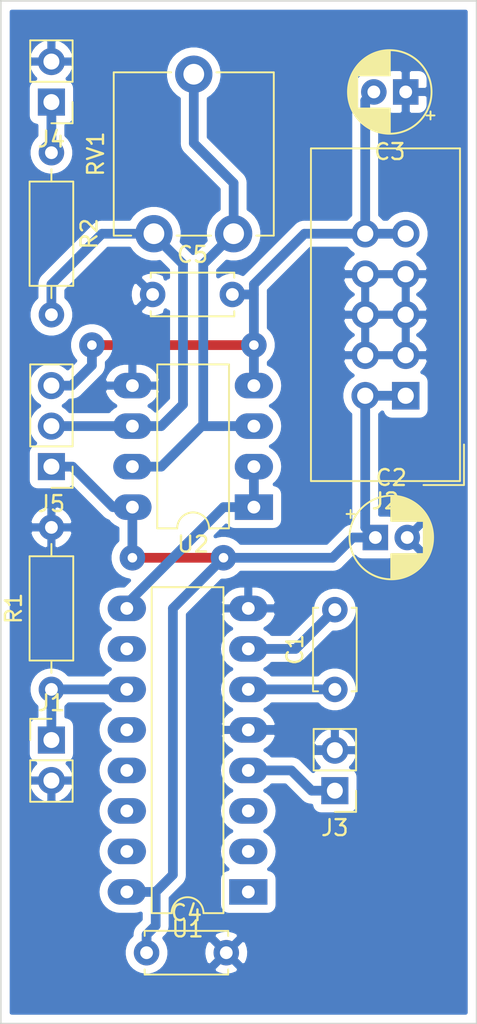
<source format=kicad_pcb>
(kicad_pcb (version 20171130) (host pcbnew 5.1.5-52549c5~84~ubuntu18.04.1)

  (general
    (thickness 1.6)
    (drawings 4)
    (tracks 69)
    (zones 0)
    (modules 15)
    (nets 20)
  )

  (page A4)
  (title_block
    (title "4046 VCO")
    (date 2020-03-02)
    (rev 1.0)
    (company "Quirky Solutions")
  )

  (layers
    (0 F.Cu signal)
    (31 B.Cu signal)
    (32 B.Adhes user)
    (33 F.Adhes user)
    (34 B.Paste user)
    (35 F.Paste user)
    (36 B.SilkS user)
    (37 F.SilkS user)
    (38 B.Mask user)
    (39 F.Mask user)
    (40 Dwgs.User user)
    (41 Cmts.User user)
    (42 Eco1.User user)
    (43 Eco2.User user)
    (44 Edge.Cuts user)
    (45 Margin user)
    (46 B.CrtYd user)
    (47 F.CrtYd user hide)
    (48 B.Fab user)
    (49 F.Fab user hide)
  )

  (setup
    (last_trace_width 0.6096)
    (user_trace_width 0.4064)
    (user_trace_width 0.6096)
    (trace_clearance 0.2)
    (zone_clearance 0.508)
    (zone_45_only no)
    (trace_min 0.2)
    (via_size 0.8)
    (via_drill 0.4)
    (via_min_size 0.4)
    (via_min_drill 0.3)
    (uvia_size 0.3)
    (uvia_drill 0.1)
    (uvias_allowed no)
    (uvia_min_size 0.2)
    (uvia_min_drill 0.1)
    (edge_width 0.05)
    (segment_width 0.2)
    (pcb_text_width 0.3)
    (pcb_text_size 1.5 1.5)
    (mod_edge_width 0.12)
    (mod_text_size 1 1)
    (mod_text_width 0.15)
    (pad_size 1.524 1.524)
    (pad_drill 0.762)
    (pad_to_mask_clearance 0.051)
    (solder_mask_min_width 0.25)
    (aux_axis_origin 0 0)
    (visible_elements FFFDFF7F)
    (pcbplotparams
      (layerselection 0x010fc_ffffffff)
      (usegerberextensions false)
      (usegerberattributes false)
      (usegerberadvancedattributes false)
      (creategerberjobfile false)
      (excludeedgelayer true)
      (linewidth 0.100000)
      (plotframeref false)
      (viasonmask false)
      (mode 1)
      (useauxorigin false)
      (hpglpennumber 1)
      (hpglpenspeed 20)
      (hpglpendiameter 15.000000)
      (psnegative false)
      (psa4output false)
      (plotreference true)
      (plotvalue true)
      (plotinvisibletext false)
      (padsonsilk false)
      (subtractmaskfromsilk false)
      (outputformat 1)
      (mirror false)
      (drillshape 1)
      (scaleselection 1)
      (outputdirectory ""))
  )

  (net 0 "")
  (net 1 "Net-(C1-Pad2)")
  (net 2 "Net-(C1-Pad1)")
  (net 3 GND)
  (net 4 +12V)
  (net 5 -12V)
  (net 6 "Net-(J1-Pad1)")
  (net 7 "Net-(J3-Pad1)")
  (net 8 "Net-(J4-Pad1)")
  (net 9 "Net-(J5-Pad2)")
  (net 10 "Net-(RV1-Pad1)")
  (net 11 "Net-(U1-Pad15)")
  (net 12 "Net-(U1-Pad14)")
  (net 13 "Net-(U1-Pad13)")
  (net 14 "Net-(U1-Pad12)")
  (net 15 "Net-(U1-Pad3)")
  (net 16 "Net-(U1-Pad10)")
  (net 17 "Net-(U1-Pad2)")
  (net 18 "Net-(U1-Pad9)")
  (net 19 "Net-(U1-Pad1)")

  (net_class Default "This is the default net class."
    (clearance 0.2)
    (trace_width 0.25)
    (via_dia 0.8)
    (via_drill 0.4)
    (uvia_dia 0.3)
    (uvia_drill 0.1)
    (add_net +12V)
    (add_net -12V)
    (add_net GND)
    (add_net "Net-(C1-Pad1)")
    (add_net "Net-(C1-Pad2)")
    (add_net "Net-(J1-Pad1)")
    (add_net "Net-(J3-Pad1)")
    (add_net "Net-(J4-Pad1)")
    (add_net "Net-(J5-Pad2)")
    (add_net "Net-(RV1-Pad1)")
    (add_net "Net-(U1-Pad1)")
    (add_net "Net-(U1-Pad10)")
    (add_net "Net-(U1-Pad12)")
    (add_net "Net-(U1-Pad13)")
    (add_net "Net-(U1-Pad14)")
    (add_net "Net-(U1-Pad15)")
    (add_net "Net-(U1-Pad2)")
    (add_net "Net-(U1-Pad3)")
    (add_net "Net-(U1-Pad9)")
  )

  (module Package_DIP:DIP-8_W7.62mm_LongPads (layer F.Cu) (tedit 5A02E8C5) (tstamp 5E5C9E1A)
    (at 109.22 50.8 180)
    (descr "8-lead though-hole mounted DIP package, row spacing 7.62 mm (300 mils), LongPads")
    (tags "THT DIP DIL PDIP 2.54mm 7.62mm 300mil LongPads")
    (path /5E5C3658)
    (fp_text reference U2 (at 3.81 -2.33) (layer F.SilkS)
      (effects (font (size 1 1) (thickness 0.15)))
    )
    (fp_text value LM358 (at 3.81 9.95) (layer F.Fab)
      (effects (font (size 1 1) (thickness 0.15)))
    )
    (fp_text user %R (at 3.81 3.81) (layer F.Fab)
      (effects (font (size 1 1) (thickness 0.15)))
    )
    (fp_line (start 9.1 -1.55) (end -1.45 -1.55) (layer F.CrtYd) (width 0.05))
    (fp_line (start 9.1 9.15) (end 9.1 -1.55) (layer F.CrtYd) (width 0.05))
    (fp_line (start -1.45 9.15) (end 9.1 9.15) (layer F.CrtYd) (width 0.05))
    (fp_line (start -1.45 -1.55) (end -1.45 9.15) (layer F.CrtYd) (width 0.05))
    (fp_line (start 6.06 -1.33) (end 4.81 -1.33) (layer F.SilkS) (width 0.12))
    (fp_line (start 6.06 8.95) (end 6.06 -1.33) (layer F.SilkS) (width 0.12))
    (fp_line (start 1.56 8.95) (end 6.06 8.95) (layer F.SilkS) (width 0.12))
    (fp_line (start 1.56 -1.33) (end 1.56 8.95) (layer F.SilkS) (width 0.12))
    (fp_line (start 2.81 -1.33) (end 1.56 -1.33) (layer F.SilkS) (width 0.12))
    (fp_line (start 0.635 -0.27) (end 1.635 -1.27) (layer F.Fab) (width 0.1))
    (fp_line (start 0.635 8.89) (end 0.635 -0.27) (layer F.Fab) (width 0.1))
    (fp_line (start 6.985 8.89) (end 0.635 8.89) (layer F.Fab) (width 0.1))
    (fp_line (start 6.985 -1.27) (end 6.985 8.89) (layer F.Fab) (width 0.1))
    (fp_line (start 1.635 -1.27) (end 6.985 -1.27) (layer F.Fab) (width 0.1))
    (fp_arc (start 3.81 -1.33) (end 2.81 -1.33) (angle -180) (layer F.SilkS) (width 0.12))
    (pad 8 thru_hole oval (at 7.62 0 180) (size 2.4 1.6) (drill 0.8) (layers *.Cu *.Mask)
      (net 4 +12V))
    (pad 4 thru_hole oval (at 0 7.62 180) (size 2.4 1.6) (drill 0.8) (layers *.Cu *.Mask)
      (net 5 -12V))
    (pad 7 thru_hole oval (at 7.62 2.54 180) (size 2.4 1.6) (drill 0.8) (layers *.Cu *.Mask)
      (net 10 "Net-(RV1-Pad1)"))
    (pad 3 thru_hole oval (at 0 5.08 180) (size 2.4 1.6) (drill 0.8) (layers *.Cu *.Mask)
      (net 10 "Net-(RV1-Pad1)"))
    (pad 6 thru_hole oval (at 7.62 5.08 180) (size 2.4 1.6) (drill 0.8) (layers *.Cu *.Mask)
      (net 9 "Net-(J5-Pad2)"))
    (pad 2 thru_hole oval (at 0 2.54 180) (size 2.4 1.6) (drill 0.8) (layers *.Cu *.Mask)
      (net 18 "Net-(U1-Pad9)"))
    (pad 5 thru_hole oval (at 7.62 7.62 180) (size 2.4 1.6) (drill 0.8) (layers *.Cu *.Mask)
      (net 3 GND))
    (pad 1 thru_hole rect (at 0 0 180) (size 2.4 1.6) (drill 0.8) (layers *.Cu *.Mask)
      (net 18 "Net-(U1-Pad9)"))
    (model ${KISYS3DMOD}/Package_DIP.3dshapes/DIP-8_W7.62mm.wrl
      (at (xyz 0 0 0))
      (scale (xyz 1 1 1))
      (rotate (xyz 0 0 0))
    )
  )

  (module Package_DIP:DIP-16_W7.62mm_LongPads (layer F.Cu) (tedit 5A02E8C5) (tstamp 5E5C98E6)
    (at 108.87 74.93 180)
    (descr "16-lead though-hole mounted DIP package, row spacing 7.62 mm (300 mils), LongPads")
    (tags "THT DIP DIL PDIP 2.54mm 7.62mm 300mil LongPads")
    (path /5E5C1592)
    (fp_text reference U1 (at 3.81 -2.33) (layer F.SilkS)
      (effects (font (size 1 1) (thickness 0.15)))
    )
    (fp_text value 4046 (at 3.81 20.11) (layer F.Fab)
      (effects (font (size 1 1) (thickness 0.15)))
    )
    (fp_text user %R (at 3.81 8.89) (layer F.Fab)
      (effects (font (size 1 1) (thickness 0.15)))
    )
    (fp_line (start 9.1 -1.55) (end -1.45 -1.55) (layer F.CrtYd) (width 0.05))
    (fp_line (start 9.1 19.3) (end 9.1 -1.55) (layer F.CrtYd) (width 0.05))
    (fp_line (start -1.45 19.3) (end 9.1 19.3) (layer F.CrtYd) (width 0.05))
    (fp_line (start -1.45 -1.55) (end -1.45 19.3) (layer F.CrtYd) (width 0.05))
    (fp_line (start 6.06 -1.33) (end 4.81 -1.33) (layer F.SilkS) (width 0.12))
    (fp_line (start 6.06 19.11) (end 6.06 -1.33) (layer F.SilkS) (width 0.12))
    (fp_line (start 1.56 19.11) (end 6.06 19.11) (layer F.SilkS) (width 0.12))
    (fp_line (start 1.56 -1.33) (end 1.56 19.11) (layer F.SilkS) (width 0.12))
    (fp_line (start 2.81 -1.33) (end 1.56 -1.33) (layer F.SilkS) (width 0.12))
    (fp_line (start 0.635 -0.27) (end 1.635 -1.27) (layer F.Fab) (width 0.1))
    (fp_line (start 0.635 19.05) (end 0.635 -0.27) (layer F.Fab) (width 0.1))
    (fp_line (start 6.985 19.05) (end 0.635 19.05) (layer F.Fab) (width 0.1))
    (fp_line (start 6.985 -1.27) (end 6.985 19.05) (layer F.Fab) (width 0.1))
    (fp_line (start 1.635 -1.27) (end 6.985 -1.27) (layer F.Fab) (width 0.1))
    (fp_arc (start 3.81 -1.33) (end 2.81 -1.33) (angle -180) (layer F.SilkS) (width 0.12))
    (pad 16 thru_hole oval (at 7.62 0 180) (size 2.4 1.6) (drill 0.8) (layers *.Cu *.Mask)
      (net 4 +12V))
    (pad 8 thru_hole oval (at 0 17.78 180) (size 2.4 1.6) (drill 0.8) (layers *.Cu *.Mask)
      (net 3 GND))
    (pad 15 thru_hole oval (at 7.62 2.54 180) (size 2.4 1.6) (drill 0.8) (layers *.Cu *.Mask)
      (net 11 "Net-(U1-Pad15)"))
    (pad 7 thru_hole oval (at 0 15.24 180) (size 2.4 1.6) (drill 0.8) (layers *.Cu *.Mask)
      (net 1 "Net-(C1-Pad2)"))
    (pad 14 thru_hole oval (at 7.62 5.08 180) (size 2.4 1.6) (drill 0.8) (layers *.Cu *.Mask)
      (net 12 "Net-(U1-Pad14)"))
    (pad 6 thru_hole oval (at 0 12.7 180) (size 2.4 1.6) (drill 0.8) (layers *.Cu *.Mask)
      (net 2 "Net-(C1-Pad1)"))
    (pad 13 thru_hole oval (at 7.62 7.62 180) (size 2.4 1.6) (drill 0.8) (layers *.Cu *.Mask)
      (net 13 "Net-(U1-Pad13)"))
    (pad 5 thru_hole oval (at 0 10.16 180) (size 2.4 1.6) (drill 0.8) (layers *.Cu *.Mask)
      (net 3 GND))
    (pad 12 thru_hole oval (at 7.62 10.16 180) (size 2.4 1.6) (drill 0.8) (layers *.Cu *.Mask)
      (net 14 "Net-(U1-Pad12)"))
    (pad 4 thru_hole oval (at 0 7.62 180) (size 2.4 1.6) (drill 0.8) (layers *.Cu *.Mask)
      (net 7 "Net-(J3-Pad1)"))
    (pad 11 thru_hole oval (at 7.62 12.7 180) (size 2.4 1.6) (drill 0.8) (layers *.Cu *.Mask)
      (net 6 "Net-(J1-Pad1)"))
    (pad 3 thru_hole oval (at 0 5.08 180) (size 2.4 1.6) (drill 0.8) (layers *.Cu *.Mask)
      (net 15 "Net-(U1-Pad3)"))
    (pad 10 thru_hole oval (at 7.62 15.24 180) (size 2.4 1.6) (drill 0.8) (layers *.Cu *.Mask)
      (net 16 "Net-(U1-Pad10)"))
    (pad 2 thru_hole oval (at 0 2.54 180) (size 2.4 1.6) (drill 0.8) (layers *.Cu *.Mask)
      (net 17 "Net-(U1-Pad2)"))
    (pad 9 thru_hole oval (at 7.62 17.78 180) (size 2.4 1.6) (drill 0.8) (layers *.Cu *.Mask)
      (net 18 "Net-(U1-Pad9)"))
    (pad 1 thru_hole rect (at 0 0 180) (size 2.4 1.6) (drill 0.8) (layers *.Cu *.Mask)
      (net 19 "Net-(U1-Pad1)"))
    (model ${KISYS3DMOD}/Package_DIP.3dshapes/DIP-16_W7.62mm.wrl
      (at (xyz 0 0 0))
      (scale (xyz 1 1 1))
      (rotate (xyz 0 0 0))
    )
  )

  (module Potentiometer_THT:Potentiometer_ACP_CA9-V10_Vertical (layer F.Cu) (tedit 5A3D4994) (tstamp 5E5C98C2)
    (at 107.95 33.655 90)
    (descr "Potentiometer, vertical, ACP CA9-V10, http://www.acptechnologies.com/wp-content/uploads/2017/05/02-ACP-CA9-CE9.pdf")
    (tags "Potentiometer vertical ACP CA9-V10")
    (path /5E6500FD)
    (fp_text reference RV1 (at 5 -8.65 90) (layer F.SilkS)
      (effects (font (size 1 1) (thickness 0.15)))
    )
    (fp_text value 10k (at 5 3.65 90) (layer F.Fab)
      (effects (font (size 1 1) (thickness 0.15)))
    )
    (fp_text user %R (at 1 -2.5) (layer F.Fab)
      (effects (font (size 1 1) (thickness 0.15)))
    )
    (fp_line (start 11.45 -7.65) (end -1.45 -7.65) (layer F.CrtYd) (width 0.05))
    (fp_line (start 11.45 2.7) (end 11.45 -7.65) (layer F.CrtYd) (width 0.05))
    (fp_line (start -1.45 2.7) (end 11.45 2.7) (layer F.CrtYd) (width 0.05))
    (fp_line (start -1.45 -7.65) (end -1.45 2.7) (layer F.CrtYd) (width 0.05))
    (fp_line (start 10.12 -1.075) (end 10.12 2.52) (layer F.SilkS) (width 0.12))
    (fp_line (start 10.12 -7.521) (end 10.12 -3.925) (layer F.SilkS) (width 0.12))
    (fp_line (start -0.12 1.425) (end -0.12 2.52) (layer F.SilkS) (width 0.12))
    (fp_line (start -0.12 -3.574) (end -0.12 -1.425) (layer F.SilkS) (width 0.12))
    (fp_line (start -0.12 -7.521) (end -0.12 -6.426) (layer F.SilkS) (width 0.12))
    (fp_line (start -0.12 2.52) (end 10.12 2.52) (layer F.SilkS) (width 0.12))
    (fp_line (start -0.12 -7.521) (end 10.12 -7.521) (layer F.SilkS) (width 0.12))
    (fp_line (start 10 -7.4) (end 0 -7.4) (layer F.Fab) (width 0.1))
    (fp_line (start 10 2.4) (end 10 -7.4) (layer F.Fab) (width 0.1))
    (fp_line (start 0 2.4) (end 10 2.4) (layer F.Fab) (width 0.1))
    (fp_line (start 0 -7.4) (end 0 2.4) (layer F.Fab) (width 0.1))
    (fp_circle (center 5 -2.5) (end 6.05 -2.5) (layer F.Fab) (width 0.1))
    (pad 1 thru_hole circle (at 0 0 90) (size 2.34 2.34) (drill 1.3) (layers *.Cu *.Mask)
      (net 10 "Net-(RV1-Pad1)"))
    (pad 2 thru_hole circle (at 10 -2.5 90) (size 2.34 2.34) (drill 1.3) (layers *.Cu *.Mask)
      (net 10 "Net-(RV1-Pad1)"))
    (pad 3 thru_hole circle (at 0 -5 90) (size 2.34 2.34) (drill 1.3) (layers *.Cu *.Mask)
      (net 9 "Net-(J5-Pad2)"))
    (model ${KISYS3DMOD}/Potentiometer_THT.3dshapes/Potentiometer_ACP_CA9-V10_Vertical.wrl
      (at (xyz 0 0 0))
      (scale (xyz 1 1 1))
      (rotate (xyz 0 0 0))
    )
  )

  (module Resistor_THT:R_Axial_DIN0207_L6.3mm_D2.5mm_P10.16mm_Horizontal (layer F.Cu) (tedit 5AE5139B) (tstamp 5E5C98AA)
    (at 96.52 28.575 270)
    (descr "Resistor, Axial_DIN0207 series, Axial, Horizontal, pin pitch=10.16mm, 0.25W = 1/4W, length*diameter=6.3*2.5mm^2, http://cdn-reichelt.de/documents/datenblatt/B400/1_4W%23YAG.pdf")
    (tags "Resistor Axial_DIN0207 series Axial Horizontal pin pitch 10.16mm 0.25W = 1/4W length 6.3mm diameter 2.5mm")
    (path /5E61FB33)
    (fp_text reference R2 (at 5.08 -2.37 90) (layer F.SilkS)
      (effects (font (size 1 1) (thickness 0.15)))
    )
    (fp_text value 100k (at 5.08 2.37 90) (layer F.Fab)
      (effects (font (size 1 1) (thickness 0.15)))
    )
    (fp_text user %R (at 5.08 0 90) (layer F.Fab)
      (effects (font (size 1 1) (thickness 0.15)))
    )
    (fp_line (start 11.21 -1.5) (end -1.05 -1.5) (layer F.CrtYd) (width 0.05))
    (fp_line (start 11.21 1.5) (end 11.21 -1.5) (layer F.CrtYd) (width 0.05))
    (fp_line (start -1.05 1.5) (end 11.21 1.5) (layer F.CrtYd) (width 0.05))
    (fp_line (start -1.05 -1.5) (end -1.05 1.5) (layer F.CrtYd) (width 0.05))
    (fp_line (start 9.12 0) (end 8.35 0) (layer F.SilkS) (width 0.12))
    (fp_line (start 1.04 0) (end 1.81 0) (layer F.SilkS) (width 0.12))
    (fp_line (start 8.35 -1.37) (end 1.81 -1.37) (layer F.SilkS) (width 0.12))
    (fp_line (start 8.35 1.37) (end 8.35 -1.37) (layer F.SilkS) (width 0.12))
    (fp_line (start 1.81 1.37) (end 8.35 1.37) (layer F.SilkS) (width 0.12))
    (fp_line (start 1.81 -1.37) (end 1.81 1.37) (layer F.SilkS) (width 0.12))
    (fp_line (start 10.16 0) (end 8.23 0) (layer F.Fab) (width 0.1))
    (fp_line (start 0 0) (end 1.93 0) (layer F.Fab) (width 0.1))
    (fp_line (start 8.23 -1.25) (end 1.93 -1.25) (layer F.Fab) (width 0.1))
    (fp_line (start 8.23 1.25) (end 8.23 -1.25) (layer F.Fab) (width 0.1))
    (fp_line (start 1.93 1.25) (end 8.23 1.25) (layer F.Fab) (width 0.1))
    (fp_line (start 1.93 -1.25) (end 1.93 1.25) (layer F.Fab) (width 0.1))
    (pad 2 thru_hole oval (at 10.16 0 270) (size 1.6 1.6) (drill 0.8) (layers *.Cu *.Mask)
      (net 9 "Net-(J5-Pad2)"))
    (pad 1 thru_hole circle (at 0 0 270) (size 1.6 1.6) (drill 0.8) (layers *.Cu *.Mask)
      (net 8 "Net-(J4-Pad1)"))
    (model ${KISYS3DMOD}/Resistor_THT.3dshapes/R_Axial_DIN0207_L6.3mm_D2.5mm_P10.16mm_Horizontal.wrl
      (at (xyz 0 0 0))
      (scale (xyz 1 1 1))
      (rotate (xyz 0 0 0))
    )
  )

  (module Resistor_THT:R_Axial_DIN0207_L6.3mm_D2.5mm_P10.16mm_Horizontal (layer F.Cu) (tedit 5AE5139B) (tstamp 5E5CC1D8)
    (at 96.52 62.23 90)
    (descr "Resistor, Axial_DIN0207 series, Axial, Horizontal, pin pitch=10.16mm, 0.25W = 1/4W, length*diameter=6.3*2.5mm^2, http://cdn-reichelt.de/documents/datenblatt/B400/1_4W%23YAG.pdf")
    (tags "Resistor Axial_DIN0207 series Axial Horizontal pin pitch 10.16mm 0.25W = 1/4W length 6.3mm diameter 2.5mm")
    (path /5E5C2C09)
    (fp_text reference R1 (at 5.08 -2.37 90) (layer F.SilkS)
      (effects (font (size 1 1) (thickness 0.15)))
    )
    (fp_text value 100k (at 5.08 2.37 90) (layer F.Fab)
      (effects (font (size 1 1) (thickness 0.15)))
    )
    (fp_text user %R (at 5.08 0 90) (layer F.Fab)
      (effects (font (size 1 1) (thickness 0.15)))
    )
    (fp_line (start 11.21 -1.5) (end -1.05 -1.5) (layer F.CrtYd) (width 0.05))
    (fp_line (start 11.21 1.5) (end 11.21 -1.5) (layer F.CrtYd) (width 0.05))
    (fp_line (start -1.05 1.5) (end 11.21 1.5) (layer F.CrtYd) (width 0.05))
    (fp_line (start -1.05 -1.5) (end -1.05 1.5) (layer F.CrtYd) (width 0.05))
    (fp_line (start 9.12 0) (end 8.35 0) (layer F.SilkS) (width 0.12))
    (fp_line (start 1.04 0) (end 1.81 0) (layer F.SilkS) (width 0.12))
    (fp_line (start 8.35 -1.37) (end 1.81 -1.37) (layer F.SilkS) (width 0.12))
    (fp_line (start 8.35 1.37) (end 8.35 -1.37) (layer F.SilkS) (width 0.12))
    (fp_line (start 1.81 1.37) (end 8.35 1.37) (layer F.SilkS) (width 0.12))
    (fp_line (start 1.81 -1.37) (end 1.81 1.37) (layer F.SilkS) (width 0.12))
    (fp_line (start 10.16 0) (end 8.23 0) (layer F.Fab) (width 0.1))
    (fp_line (start 0 0) (end 1.93 0) (layer F.Fab) (width 0.1))
    (fp_line (start 8.23 -1.25) (end 1.93 -1.25) (layer F.Fab) (width 0.1))
    (fp_line (start 8.23 1.25) (end 8.23 -1.25) (layer F.Fab) (width 0.1))
    (fp_line (start 1.93 1.25) (end 8.23 1.25) (layer F.Fab) (width 0.1))
    (fp_line (start 1.93 -1.25) (end 1.93 1.25) (layer F.Fab) (width 0.1))
    (pad 2 thru_hole oval (at 10.16 0 90) (size 1.6 1.6) (drill 0.8) (layers *.Cu *.Mask)
      (net 3 GND))
    (pad 1 thru_hole circle (at 0 0 90) (size 1.6 1.6) (drill 0.8) (layers *.Cu *.Mask)
      (net 6 "Net-(J1-Pad1)"))
    (model ${KISYS3DMOD}/Resistor_THT.3dshapes/R_Axial_DIN0207_L6.3mm_D2.5mm_P10.16mm_Horizontal.wrl
      (at (xyz 0 0 0))
      (scale (xyz 1 1 1))
      (rotate (xyz 0 0 0))
    )
  )

  (module Connector_PinHeader_2.54mm:PinHeader_1x03_P2.54mm_Vertical (layer F.Cu) (tedit 59FED5CC) (tstamp 5E5CCD39)
    (at 96.52 48.26 180)
    (descr "Through hole straight pin header, 1x03, 2.54mm pitch, single row")
    (tags "Through hole pin header THT 1x03 2.54mm single row")
    (path /5E60B444)
    (fp_text reference J5 (at 0 -2.33) (layer F.SilkS)
      (effects (font (size 1 1) (thickness 0.15)))
    )
    (fp_text value Conn_01x03_Male (at 0 7.41) (layer F.Fab)
      (effects (font (size 1 1) (thickness 0.15)))
    )
    (fp_text user %R (at 0 2.54 90) (layer F.Fab)
      (effects (font (size 1 1) (thickness 0.15)))
    )
    (fp_line (start 1.8 -1.8) (end -1.8 -1.8) (layer F.CrtYd) (width 0.05))
    (fp_line (start 1.8 6.85) (end 1.8 -1.8) (layer F.CrtYd) (width 0.05))
    (fp_line (start -1.8 6.85) (end 1.8 6.85) (layer F.CrtYd) (width 0.05))
    (fp_line (start -1.8 -1.8) (end -1.8 6.85) (layer F.CrtYd) (width 0.05))
    (fp_line (start -1.33 -1.33) (end 0 -1.33) (layer F.SilkS) (width 0.12))
    (fp_line (start -1.33 0) (end -1.33 -1.33) (layer F.SilkS) (width 0.12))
    (fp_line (start -1.33 1.27) (end 1.33 1.27) (layer F.SilkS) (width 0.12))
    (fp_line (start 1.33 1.27) (end 1.33 6.41) (layer F.SilkS) (width 0.12))
    (fp_line (start -1.33 1.27) (end -1.33 6.41) (layer F.SilkS) (width 0.12))
    (fp_line (start -1.33 6.41) (end 1.33 6.41) (layer F.SilkS) (width 0.12))
    (fp_line (start -1.27 -0.635) (end -0.635 -1.27) (layer F.Fab) (width 0.1))
    (fp_line (start -1.27 6.35) (end -1.27 -0.635) (layer F.Fab) (width 0.1))
    (fp_line (start 1.27 6.35) (end -1.27 6.35) (layer F.Fab) (width 0.1))
    (fp_line (start 1.27 -1.27) (end 1.27 6.35) (layer F.Fab) (width 0.1))
    (fp_line (start -0.635 -1.27) (end 1.27 -1.27) (layer F.Fab) (width 0.1))
    (pad 3 thru_hole oval (at 0 5.08 180) (size 1.7 1.7) (drill 1) (layers *.Cu *.Mask)
      (net 5 -12V))
    (pad 2 thru_hole oval (at 0 2.54 180) (size 1.7 1.7) (drill 1) (layers *.Cu *.Mask)
      (net 9 "Net-(J5-Pad2)"))
    (pad 1 thru_hole rect (at 0 0 180) (size 1.7 1.7) (drill 1) (layers *.Cu *.Mask)
      (net 4 +12V))
    (model ${KISYS3DMOD}/Connector_PinHeader_2.54mm.3dshapes/PinHeader_1x03_P2.54mm_Vertical.wrl
      (at (xyz 0 0 0))
      (scale (xyz 1 1 1))
      (rotate (xyz 0 0 0))
    )
  )

  (module Connector_PinHeader_2.54mm:PinHeader_1x02_P2.54mm_Vertical (layer F.Cu) (tedit 59FED5CC) (tstamp 5E5C9865)
    (at 96.52 25.4 180)
    (descr "Through hole straight pin header, 1x02, 2.54mm pitch, single row")
    (tags "Through hole pin header THT 1x02 2.54mm single row")
    (path /5E61BEA7)
    (fp_text reference J4 (at 0 -2.33) (layer F.SilkS)
      (effects (font (size 1 1) (thickness 0.15)))
    )
    (fp_text value Conn_01x02_Male (at 0 4.87) (layer F.Fab)
      (effects (font (size 1 1) (thickness 0.15)))
    )
    (fp_text user %R (at 0 1.27 90) (layer F.Fab)
      (effects (font (size 1 1) (thickness 0.15)))
    )
    (fp_line (start 1.8 -1.8) (end -1.8 -1.8) (layer F.CrtYd) (width 0.05))
    (fp_line (start 1.8 4.35) (end 1.8 -1.8) (layer F.CrtYd) (width 0.05))
    (fp_line (start -1.8 4.35) (end 1.8 4.35) (layer F.CrtYd) (width 0.05))
    (fp_line (start -1.8 -1.8) (end -1.8 4.35) (layer F.CrtYd) (width 0.05))
    (fp_line (start -1.33 -1.33) (end 0 -1.33) (layer F.SilkS) (width 0.12))
    (fp_line (start -1.33 0) (end -1.33 -1.33) (layer F.SilkS) (width 0.12))
    (fp_line (start -1.33 1.27) (end 1.33 1.27) (layer F.SilkS) (width 0.12))
    (fp_line (start 1.33 1.27) (end 1.33 3.87) (layer F.SilkS) (width 0.12))
    (fp_line (start -1.33 1.27) (end -1.33 3.87) (layer F.SilkS) (width 0.12))
    (fp_line (start -1.33 3.87) (end 1.33 3.87) (layer F.SilkS) (width 0.12))
    (fp_line (start -1.27 -0.635) (end -0.635 -1.27) (layer F.Fab) (width 0.1))
    (fp_line (start -1.27 3.81) (end -1.27 -0.635) (layer F.Fab) (width 0.1))
    (fp_line (start 1.27 3.81) (end -1.27 3.81) (layer F.Fab) (width 0.1))
    (fp_line (start 1.27 -1.27) (end 1.27 3.81) (layer F.Fab) (width 0.1))
    (fp_line (start -0.635 -1.27) (end 1.27 -1.27) (layer F.Fab) (width 0.1))
    (pad 2 thru_hole oval (at 0 2.54 180) (size 1.7 1.7) (drill 1) (layers *.Cu *.Mask)
      (net 3 GND))
    (pad 1 thru_hole rect (at 0 0 180) (size 1.7 1.7) (drill 1) (layers *.Cu *.Mask)
      (net 8 "Net-(J4-Pad1)"))
    (model ${KISYS3DMOD}/Connector_PinHeader_2.54mm.3dshapes/PinHeader_1x02_P2.54mm_Vertical.wrl
      (at (xyz 0 0 0))
      (scale (xyz 1 1 1))
      (rotate (xyz 0 0 0))
    )
  )

  (module Connector_PinHeader_2.54mm:PinHeader_1x02_P2.54mm_Vertical (layer F.Cu) (tedit 59FED5CC) (tstamp 5E5C984F)
    (at 114.3 68.58 180)
    (descr "Through hole straight pin header, 1x02, 2.54mm pitch, single row")
    (tags "Through hole pin header THT 1x02 2.54mm single row")
    (path /5E5CF8DA)
    (fp_text reference J3 (at 0 -2.33) (layer F.SilkS)
      (effects (font (size 1 1) (thickness 0.15)))
    )
    (fp_text value Conn_01x02_Male (at 0 4.87) (layer F.Fab)
      (effects (font (size 1 1) (thickness 0.15)))
    )
    (fp_text user %R (at 0 1.27 90) (layer F.Fab)
      (effects (font (size 1 1) (thickness 0.15)))
    )
    (fp_line (start 1.8 -1.8) (end -1.8 -1.8) (layer F.CrtYd) (width 0.05))
    (fp_line (start 1.8 4.35) (end 1.8 -1.8) (layer F.CrtYd) (width 0.05))
    (fp_line (start -1.8 4.35) (end 1.8 4.35) (layer F.CrtYd) (width 0.05))
    (fp_line (start -1.8 -1.8) (end -1.8 4.35) (layer F.CrtYd) (width 0.05))
    (fp_line (start -1.33 -1.33) (end 0 -1.33) (layer F.SilkS) (width 0.12))
    (fp_line (start -1.33 0) (end -1.33 -1.33) (layer F.SilkS) (width 0.12))
    (fp_line (start -1.33 1.27) (end 1.33 1.27) (layer F.SilkS) (width 0.12))
    (fp_line (start 1.33 1.27) (end 1.33 3.87) (layer F.SilkS) (width 0.12))
    (fp_line (start -1.33 1.27) (end -1.33 3.87) (layer F.SilkS) (width 0.12))
    (fp_line (start -1.33 3.87) (end 1.33 3.87) (layer F.SilkS) (width 0.12))
    (fp_line (start -1.27 -0.635) (end -0.635 -1.27) (layer F.Fab) (width 0.1))
    (fp_line (start -1.27 3.81) (end -1.27 -0.635) (layer F.Fab) (width 0.1))
    (fp_line (start 1.27 3.81) (end -1.27 3.81) (layer F.Fab) (width 0.1))
    (fp_line (start 1.27 -1.27) (end 1.27 3.81) (layer F.Fab) (width 0.1))
    (fp_line (start -0.635 -1.27) (end 1.27 -1.27) (layer F.Fab) (width 0.1))
    (pad 2 thru_hole oval (at 0 2.54 180) (size 1.7 1.7) (drill 1) (layers *.Cu *.Mask)
      (net 3 GND))
    (pad 1 thru_hole rect (at 0 0 180) (size 1.7 1.7) (drill 1) (layers *.Cu *.Mask)
      (net 7 "Net-(J3-Pad1)"))
    (model ${KISYS3DMOD}/Connector_PinHeader_2.54mm.3dshapes/PinHeader_1x02_P2.54mm_Vertical.wrl
      (at (xyz 0 0 0))
      (scale (xyz 1 1 1))
      (rotate (xyz 0 0 0))
    )
  )

  (module Connector_IDC:IDC-Header_2x05_P2.54mm_Vertical (layer F.Cu) (tedit 59DE0611) (tstamp 5E5CC76B)
    (at 118.745 43.815 180)
    (descr "Through hole straight IDC box header, 2x05, 2.54mm pitch, double rows")
    (tags "Through hole IDC box header THT 2x05 2.54mm double row")
    (path /5E6B811D)
    (fp_text reference J2 (at 1.27 -6.604) (layer F.SilkS)
      (effects (font (size 1 1) (thickness 0.15)))
    )
    (fp_text value Conn_02x05_Odd_Even (at 1.27 16.764) (layer F.Fab)
      (effects (font (size 1 1) (thickness 0.15)))
    )
    (fp_line (start -3.655 -5.6) (end -1.115 -5.6) (layer F.SilkS) (width 0.12))
    (fp_line (start -3.655 -5.6) (end -3.655 -3.06) (layer F.SilkS) (width 0.12))
    (fp_line (start -3.405 -5.35) (end 5.945 -5.35) (layer F.SilkS) (width 0.12))
    (fp_line (start -3.405 15.51) (end -3.405 -5.35) (layer F.SilkS) (width 0.12))
    (fp_line (start 5.945 15.51) (end -3.405 15.51) (layer F.SilkS) (width 0.12))
    (fp_line (start 5.945 -5.35) (end 5.945 15.51) (layer F.SilkS) (width 0.12))
    (fp_line (start -3.41 -5.35) (end 5.95 -5.35) (layer F.CrtYd) (width 0.05))
    (fp_line (start -3.41 15.51) (end -3.41 -5.35) (layer F.CrtYd) (width 0.05))
    (fp_line (start 5.95 15.51) (end -3.41 15.51) (layer F.CrtYd) (width 0.05))
    (fp_line (start 5.95 -5.35) (end 5.95 15.51) (layer F.CrtYd) (width 0.05))
    (fp_line (start -3.155 15.26) (end -2.605 14.7) (layer F.Fab) (width 0.1))
    (fp_line (start -3.155 -5.1) (end -2.605 -4.56) (layer F.Fab) (width 0.1))
    (fp_line (start 5.695 15.26) (end 5.145 14.7) (layer F.Fab) (width 0.1))
    (fp_line (start 5.695 -5.1) (end 5.145 -4.56) (layer F.Fab) (width 0.1))
    (fp_line (start 5.145 14.7) (end -2.605 14.7) (layer F.Fab) (width 0.1))
    (fp_line (start 5.695 15.26) (end -3.155 15.26) (layer F.Fab) (width 0.1))
    (fp_line (start 5.145 -4.56) (end -2.605 -4.56) (layer F.Fab) (width 0.1))
    (fp_line (start 5.695 -5.1) (end -3.155 -5.1) (layer F.Fab) (width 0.1))
    (fp_line (start -2.605 7.33) (end -3.155 7.33) (layer F.Fab) (width 0.1))
    (fp_line (start -2.605 2.83) (end -3.155 2.83) (layer F.Fab) (width 0.1))
    (fp_line (start -2.605 7.33) (end -2.605 14.7) (layer F.Fab) (width 0.1))
    (fp_line (start -2.605 -4.56) (end -2.605 2.83) (layer F.Fab) (width 0.1))
    (fp_line (start -3.155 -5.1) (end -3.155 15.26) (layer F.Fab) (width 0.1))
    (fp_line (start 5.145 -4.56) (end 5.145 14.7) (layer F.Fab) (width 0.1))
    (fp_line (start 5.695 -5.1) (end 5.695 15.26) (layer F.Fab) (width 0.1))
    (fp_text user %R (at 1.27 5.08) (layer F.Fab)
      (effects (font (size 1 1) (thickness 0.15)))
    )
    (pad 10 thru_hole oval (at 2.54 10.16 180) (size 1.7272 1.7272) (drill 1.016) (layers *.Cu *.Mask)
      (net 5 -12V))
    (pad 9 thru_hole oval (at 0 10.16 180) (size 1.7272 1.7272) (drill 1.016) (layers *.Cu *.Mask)
      (net 5 -12V))
    (pad 8 thru_hole oval (at 2.54 7.62 180) (size 1.7272 1.7272) (drill 1.016) (layers *.Cu *.Mask)
      (net 3 GND))
    (pad 7 thru_hole oval (at 0 7.62 180) (size 1.7272 1.7272) (drill 1.016) (layers *.Cu *.Mask)
      (net 3 GND))
    (pad 6 thru_hole oval (at 2.54 5.08 180) (size 1.7272 1.7272) (drill 1.016) (layers *.Cu *.Mask)
      (net 3 GND))
    (pad 5 thru_hole oval (at 0 5.08 180) (size 1.7272 1.7272) (drill 1.016) (layers *.Cu *.Mask)
      (net 3 GND))
    (pad 4 thru_hole oval (at 2.54 2.54 180) (size 1.7272 1.7272) (drill 1.016) (layers *.Cu *.Mask)
      (net 3 GND))
    (pad 3 thru_hole oval (at 0 2.54 180) (size 1.7272 1.7272) (drill 1.016) (layers *.Cu *.Mask)
      (net 3 GND))
    (pad 2 thru_hole oval (at 2.54 0 180) (size 1.7272 1.7272) (drill 1.016) (layers *.Cu *.Mask)
      (net 4 +12V))
    (pad 1 thru_hole rect (at 0 0 180) (size 1.7272 1.7272) (drill 1.016) (layers *.Cu *.Mask)
      (net 4 +12V))
    (model ${KISYS3DMOD}/Connector_IDC.3dshapes/IDC-Header_2x05_P2.54mm_Vertical.wrl
      (at (xyz 0 0 0))
      (scale (xyz 1 1 1))
      (rotate (xyz 0 0 0))
    )
  )

  (module Connector_PinHeader_2.54mm:PinHeader_1x02_P2.54mm_Vertical (layer F.Cu) (tedit 59FED5CC) (tstamp 5E5CCF16)
    (at 96.52 65.405)
    (descr "Through hole straight pin header, 1x02, 2.54mm pitch, single row")
    (tags "Through hole pin header THT 1x02 2.54mm single row")
    (path /5E5CFF65)
    (fp_text reference J1 (at 0 -2.33) (layer F.SilkS)
      (effects (font (size 1 1) (thickness 0.15)))
    )
    (fp_text value Conn_01x02_Male (at 0 4.87) (layer F.Fab)
      (effects (font (size 1 1) (thickness 0.15)))
    )
    (fp_text user %R (at 0 1.27 90) (layer F.Fab)
      (effects (font (size 1 1) (thickness 0.15)))
    )
    (fp_line (start 1.8 -1.8) (end -1.8 -1.8) (layer F.CrtYd) (width 0.05))
    (fp_line (start 1.8 4.35) (end 1.8 -1.8) (layer F.CrtYd) (width 0.05))
    (fp_line (start -1.8 4.35) (end 1.8 4.35) (layer F.CrtYd) (width 0.05))
    (fp_line (start -1.8 -1.8) (end -1.8 4.35) (layer F.CrtYd) (width 0.05))
    (fp_line (start -1.33 -1.33) (end 0 -1.33) (layer F.SilkS) (width 0.12))
    (fp_line (start -1.33 0) (end -1.33 -1.33) (layer F.SilkS) (width 0.12))
    (fp_line (start -1.33 1.27) (end 1.33 1.27) (layer F.SilkS) (width 0.12))
    (fp_line (start 1.33 1.27) (end 1.33 3.87) (layer F.SilkS) (width 0.12))
    (fp_line (start -1.33 1.27) (end -1.33 3.87) (layer F.SilkS) (width 0.12))
    (fp_line (start -1.33 3.87) (end 1.33 3.87) (layer F.SilkS) (width 0.12))
    (fp_line (start -1.27 -0.635) (end -0.635 -1.27) (layer F.Fab) (width 0.1))
    (fp_line (start -1.27 3.81) (end -1.27 -0.635) (layer F.Fab) (width 0.1))
    (fp_line (start 1.27 3.81) (end -1.27 3.81) (layer F.Fab) (width 0.1))
    (fp_line (start 1.27 -1.27) (end 1.27 3.81) (layer F.Fab) (width 0.1))
    (fp_line (start -0.635 -1.27) (end 1.27 -1.27) (layer F.Fab) (width 0.1))
    (pad 2 thru_hole oval (at 0 2.54) (size 1.7 1.7) (drill 1) (layers *.Cu *.Mask)
      (net 3 GND))
    (pad 1 thru_hole rect (at 0 0) (size 1.7 1.7) (drill 1) (layers *.Cu *.Mask)
      (net 6 "Net-(J1-Pad1)"))
    (model ${KISYS3DMOD}/Connector_PinHeader_2.54mm.3dshapes/PinHeader_1x02_P2.54mm_Vertical.wrl
      (at (xyz 0 0 0))
      (scale (xyz 1 1 1))
      (rotate (xyz 0 0 0))
    )
  )

  (module Capacitor_THT:C_Disc_D5.0mm_W2.5mm_P5.00mm (layer F.Cu) (tedit 5AE50EF0) (tstamp 5E5C97FB)
    (at 102.87 37.465)
    (descr "C, Disc series, Radial, pin pitch=5.00mm, , diameter*width=5*2.5mm^2, Capacitor, http://cdn-reichelt.de/documents/datenblatt/B300/DS_KERKO_TC.pdf")
    (tags "C Disc series Radial pin pitch 5.00mm  diameter 5mm width 2.5mm Capacitor")
    (path /5E6CA680)
    (fp_text reference C5 (at 2.5 -2.5) (layer F.SilkS)
      (effects (font (size 1 1) (thickness 0.15)))
    )
    (fp_text value 100n (at 2.5 2.5) (layer F.Fab)
      (effects (font (size 1 1) (thickness 0.15)))
    )
    (fp_text user %R (at 2.5 0) (layer F.Fab)
      (effects (font (size 1 1) (thickness 0.15)))
    )
    (fp_line (start 6.05 -1.5) (end -1.05 -1.5) (layer F.CrtYd) (width 0.05))
    (fp_line (start 6.05 1.5) (end 6.05 -1.5) (layer F.CrtYd) (width 0.05))
    (fp_line (start -1.05 1.5) (end 6.05 1.5) (layer F.CrtYd) (width 0.05))
    (fp_line (start -1.05 -1.5) (end -1.05 1.5) (layer F.CrtYd) (width 0.05))
    (fp_line (start 5.12 1.055) (end 5.12 1.37) (layer F.SilkS) (width 0.12))
    (fp_line (start 5.12 -1.37) (end 5.12 -1.055) (layer F.SilkS) (width 0.12))
    (fp_line (start -0.12 1.055) (end -0.12 1.37) (layer F.SilkS) (width 0.12))
    (fp_line (start -0.12 -1.37) (end -0.12 -1.055) (layer F.SilkS) (width 0.12))
    (fp_line (start -0.12 1.37) (end 5.12 1.37) (layer F.SilkS) (width 0.12))
    (fp_line (start -0.12 -1.37) (end 5.12 -1.37) (layer F.SilkS) (width 0.12))
    (fp_line (start 5 -1.25) (end 0 -1.25) (layer F.Fab) (width 0.1))
    (fp_line (start 5 1.25) (end 5 -1.25) (layer F.Fab) (width 0.1))
    (fp_line (start 0 1.25) (end 5 1.25) (layer F.Fab) (width 0.1))
    (fp_line (start 0 -1.25) (end 0 1.25) (layer F.Fab) (width 0.1))
    (pad 2 thru_hole circle (at 5 0) (size 1.6 1.6) (drill 0.8) (layers *.Cu *.Mask)
      (net 5 -12V))
    (pad 1 thru_hole circle (at 0 0) (size 1.6 1.6) (drill 0.8) (layers *.Cu *.Mask)
      (net 3 GND))
    (model ${KISYS3DMOD}/Capacitor_THT.3dshapes/C_Disc_D5.0mm_W2.5mm_P5.00mm.wrl
      (at (xyz 0 0 0))
      (scale (xyz 1 1 1))
      (rotate (xyz 0 0 0))
    )
  )

  (module Capacitor_THT:C_Disc_D5.0mm_W2.5mm_P5.00mm (layer F.Cu) (tedit 5AE50EF0) (tstamp 5E5CD279)
    (at 102.489 78.74)
    (descr "C, Disc series, Radial, pin pitch=5.00mm, , diameter*width=5*2.5mm^2, Capacitor, http://cdn-reichelt.de/documents/datenblatt/B300/DS_KERKO_TC.pdf")
    (tags "C Disc series Radial pin pitch 5.00mm  diameter 5mm width 2.5mm Capacitor")
    (path /5E6C97B0)
    (fp_text reference C4 (at 2.5 -2.5) (layer F.SilkS)
      (effects (font (size 1 1) (thickness 0.15)))
    )
    (fp_text value 100n (at 2.5 2.5) (layer F.Fab)
      (effects (font (size 1 1) (thickness 0.15)))
    )
    (fp_text user %R (at 2.5 0) (layer F.Fab)
      (effects (font (size 1 1) (thickness 0.15)))
    )
    (fp_line (start 6.05 -1.5) (end -1.05 -1.5) (layer F.CrtYd) (width 0.05))
    (fp_line (start 6.05 1.5) (end 6.05 -1.5) (layer F.CrtYd) (width 0.05))
    (fp_line (start -1.05 1.5) (end 6.05 1.5) (layer F.CrtYd) (width 0.05))
    (fp_line (start -1.05 -1.5) (end -1.05 1.5) (layer F.CrtYd) (width 0.05))
    (fp_line (start 5.12 1.055) (end 5.12 1.37) (layer F.SilkS) (width 0.12))
    (fp_line (start 5.12 -1.37) (end 5.12 -1.055) (layer F.SilkS) (width 0.12))
    (fp_line (start -0.12 1.055) (end -0.12 1.37) (layer F.SilkS) (width 0.12))
    (fp_line (start -0.12 -1.37) (end -0.12 -1.055) (layer F.SilkS) (width 0.12))
    (fp_line (start -0.12 1.37) (end 5.12 1.37) (layer F.SilkS) (width 0.12))
    (fp_line (start -0.12 -1.37) (end 5.12 -1.37) (layer F.SilkS) (width 0.12))
    (fp_line (start 5 -1.25) (end 0 -1.25) (layer F.Fab) (width 0.1))
    (fp_line (start 5 1.25) (end 5 -1.25) (layer F.Fab) (width 0.1))
    (fp_line (start 0 1.25) (end 5 1.25) (layer F.Fab) (width 0.1))
    (fp_line (start 0 -1.25) (end 0 1.25) (layer F.Fab) (width 0.1))
    (pad 2 thru_hole circle (at 5 0) (size 1.6 1.6) (drill 0.8) (layers *.Cu *.Mask)
      (net 3 GND))
    (pad 1 thru_hole circle (at 0 0) (size 1.6 1.6) (drill 0.8) (layers *.Cu *.Mask)
      (net 4 +12V))
    (model ${KISYS3DMOD}/Capacitor_THT.3dshapes/C_Disc_D5.0mm_W2.5mm_P5.00mm.wrl
      (at (xyz 0 0 0))
      (scale (xyz 1 1 1))
      (rotate (xyz 0 0 0))
    )
  )

  (module Capacitor_THT:CP_Radial_D5.0mm_P2.00mm (layer F.Cu) (tedit 5AE50EF0) (tstamp 5E5CBD85)
    (at 118.745 24.765 180)
    (descr "CP, Radial series, Radial, pin pitch=2.00mm, , diameter=5mm, Electrolytic Capacitor")
    (tags "CP Radial series Radial pin pitch 2.00mm  diameter 5mm Electrolytic Capacitor")
    (path /5E5C284E)
    (fp_text reference C3 (at 1 -3.75) (layer F.SilkS)
      (effects (font (size 1 1) (thickness 0.15)))
    )
    (fp_text value 10u (at 1 3.75) (layer F.Fab)
      (effects (font (size 1 1) (thickness 0.15)))
    )
    (fp_text user %R (at 1 0) (layer F.Fab)
      (effects (font (size 1 1) (thickness 0.15)))
    )
    (fp_line (start -1.554775 -1.725) (end -1.554775 -1.225) (layer F.SilkS) (width 0.12))
    (fp_line (start -1.804775 -1.475) (end -1.304775 -1.475) (layer F.SilkS) (width 0.12))
    (fp_line (start 3.601 -0.284) (end 3.601 0.284) (layer F.SilkS) (width 0.12))
    (fp_line (start 3.561 -0.518) (end 3.561 0.518) (layer F.SilkS) (width 0.12))
    (fp_line (start 3.521 -0.677) (end 3.521 0.677) (layer F.SilkS) (width 0.12))
    (fp_line (start 3.481 -0.805) (end 3.481 0.805) (layer F.SilkS) (width 0.12))
    (fp_line (start 3.441 -0.915) (end 3.441 0.915) (layer F.SilkS) (width 0.12))
    (fp_line (start 3.401 -1.011) (end 3.401 1.011) (layer F.SilkS) (width 0.12))
    (fp_line (start 3.361 -1.098) (end 3.361 1.098) (layer F.SilkS) (width 0.12))
    (fp_line (start 3.321 -1.178) (end 3.321 1.178) (layer F.SilkS) (width 0.12))
    (fp_line (start 3.281 -1.251) (end 3.281 1.251) (layer F.SilkS) (width 0.12))
    (fp_line (start 3.241 -1.319) (end 3.241 1.319) (layer F.SilkS) (width 0.12))
    (fp_line (start 3.201 -1.383) (end 3.201 1.383) (layer F.SilkS) (width 0.12))
    (fp_line (start 3.161 -1.443) (end 3.161 1.443) (layer F.SilkS) (width 0.12))
    (fp_line (start 3.121 -1.5) (end 3.121 1.5) (layer F.SilkS) (width 0.12))
    (fp_line (start 3.081 -1.554) (end 3.081 1.554) (layer F.SilkS) (width 0.12))
    (fp_line (start 3.041 -1.605) (end 3.041 1.605) (layer F.SilkS) (width 0.12))
    (fp_line (start 3.001 1.04) (end 3.001 1.653) (layer F.SilkS) (width 0.12))
    (fp_line (start 3.001 -1.653) (end 3.001 -1.04) (layer F.SilkS) (width 0.12))
    (fp_line (start 2.961 1.04) (end 2.961 1.699) (layer F.SilkS) (width 0.12))
    (fp_line (start 2.961 -1.699) (end 2.961 -1.04) (layer F.SilkS) (width 0.12))
    (fp_line (start 2.921 1.04) (end 2.921 1.743) (layer F.SilkS) (width 0.12))
    (fp_line (start 2.921 -1.743) (end 2.921 -1.04) (layer F.SilkS) (width 0.12))
    (fp_line (start 2.881 1.04) (end 2.881 1.785) (layer F.SilkS) (width 0.12))
    (fp_line (start 2.881 -1.785) (end 2.881 -1.04) (layer F.SilkS) (width 0.12))
    (fp_line (start 2.841 1.04) (end 2.841 1.826) (layer F.SilkS) (width 0.12))
    (fp_line (start 2.841 -1.826) (end 2.841 -1.04) (layer F.SilkS) (width 0.12))
    (fp_line (start 2.801 1.04) (end 2.801 1.864) (layer F.SilkS) (width 0.12))
    (fp_line (start 2.801 -1.864) (end 2.801 -1.04) (layer F.SilkS) (width 0.12))
    (fp_line (start 2.761 1.04) (end 2.761 1.901) (layer F.SilkS) (width 0.12))
    (fp_line (start 2.761 -1.901) (end 2.761 -1.04) (layer F.SilkS) (width 0.12))
    (fp_line (start 2.721 1.04) (end 2.721 1.937) (layer F.SilkS) (width 0.12))
    (fp_line (start 2.721 -1.937) (end 2.721 -1.04) (layer F.SilkS) (width 0.12))
    (fp_line (start 2.681 1.04) (end 2.681 1.971) (layer F.SilkS) (width 0.12))
    (fp_line (start 2.681 -1.971) (end 2.681 -1.04) (layer F.SilkS) (width 0.12))
    (fp_line (start 2.641 1.04) (end 2.641 2.004) (layer F.SilkS) (width 0.12))
    (fp_line (start 2.641 -2.004) (end 2.641 -1.04) (layer F.SilkS) (width 0.12))
    (fp_line (start 2.601 1.04) (end 2.601 2.035) (layer F.SilkS) (width 0.12))
    (fp_line (start 2.601 -2.035) (end 2.601 -1.04) (layer F.SilkS) (width 0.12))
    (fp_line (start 2.561 1.04) (end 2.561 2.065) (layer F.SilkS) (width 0.12))
    (fp_line (start 2.561 -2.065) (end 2.561 -1.04) (layer F.SilkS) (width 0.12))
    (fp_line (start 2.521 1.04) (end 2.521 2.095) (layer F.SilkS) (width 0.12))
    (fp_line (start 2.521 -2.095) (end 2.521 -1.04) (layer F.SilkS) (width 0.12))
    (fp_line (start 2.481 1.04) (end 2.481 2.122) (layer F.SilkS) (width 0.12))
    (fp_line (start 2.481 -2.122) (end 2.481 -1.04) (layer F.SilkS) (width 0.12))
    (fp_line (start 2.441 1.04) (end 2.441 2.149) (layer F.SilkS) (width 0.12))
    (fp_line (start 2.441 -2.149) (end 2.441 -1.04) (layer F.SilkS) (width 0.12))
    (fp_line (start 2.401 1.04) (end 2.401 2.175) (layer F.SilkS) (width 0.12))
    (fp_line (start 2.401 -2.175) (end 2.401 -1.04) (layer F.SilkS) (width 0.12))
    (fp_line (start 2.361 1.04) (end 2.361 2.2) (layer F.SilkS) (width 0.12))
    (fp_line (start 2.361 -2.2) (end 2.361 -1.04) (layer F.SilkS) (width 0.12))
    (fp_line (start 2.321 1.04) (end 2.321 2.224) (layer F.SilkS) (width 0.12))
    (fp_line (start 2.321 -2.224) (end 2.321 -1.04) (layer F.SilkS) (width 0.12))
    (fp_line (start 2.281 1.04) (end 2.281 2.247) (layer F.SilkS) (width 0.12))
    (fp_line (start 2.281 -2.247) (end 2.281 -1.04) (layer F.SilkS) (width 0.12))
    (fp_line (start 2.241 1.04) (end 2.241 2.268) (layer F.SilkS) (width 0.12))
    (fp_line (start 2.241 -2.268) (end 2.241 -1.04) (layer F.SilkS) (width 0.12))
    (fp_line (start 2.201 1.04) (end 2.201 2.29) (layer F.SilkS) (width 0.12))
    (fp_line (start 2.201 -2.29) (end 2.201 -1.04) (layer F.SilkS) (width 0.12))
    (fp_line (start 2.161 1.04) (end 2.161 2.31) (layer F.SilkS) (width 0.12))
    (fp_line (start 2.161 -2.31) (end 2.161 -1.04) (layer F.SilkS) (width 0.12))
    (fp_line (start 2.121 1.04) (end 2.121 2.329) (layer F.SilkS) (width 0.12))
    (fp_line (start 2.121 -2.329) (end 2.121 -1.04) (layer F.SilkS) (width 0.12))
    (fp_line (start 2.081 1.04) (end 2.081 2.348) (layer F.SilkS) (width 0.12))
    (fp_line (start 2.081 -2.348) (end 2.081 -1.04) (layer F.SilkS) (width 0.12))
    (fp_line (start 2.041 1.04) (end 2.041 2.365) (layer F.SilkS) (width 0.12))
    (fp_line (start 2.041 -2.365) (end 2.041 -1.04) (layer F.SilkS) (width 0.12))
    (fp_line (start 2.001 1.04) (end 2.001 2.382) (layer F.SilkS) (width 0.12))
    (fp_line (start 2.001 -2.382) (end 2.001 -1.04) (layer F.SilkS) (width 0.12))
    (fp_line (start 1.961 1.04) (end 1.961 2.398) (layer F.SilkS) (width 0.12))
    (fp_line (start 1.961 -2.398) (end 1.961 -1.04) (layer F.SilkS) (width 0.12))
    (fp_line (start 1.921 1.04) (end 1.921 2.414) (layer F.SilkS) (width 0.12))
    (fp_line (start 1.921 -2.414) (end 1.921 -1.04) (layer F.SilkS) (width 0.12))
    (fp_line (start 1.881 1.04) (end 1.881 2.428) (layer F.SilkS) (width 0.12))
    (fp_line (start 1.881 -2.428) (end 1.881 -1.04) (layer F.SilkS) (width 0.12))
    (fp_line (start 1.841 1.04) (end 1.841 2.442) (layer F.SilkS) (width 0.12))
    (fp_line (start 1.841 -2.442) (end 1.841 -1.04) (layer F.SilkS) (width 0.12))
    (fp_line (start 1.801 1.04) (end 1.801 2.455) (layer F.SilkS) (width 0.12))
    (fp_line (start 1.801 -2.455) (end 1.801 -1.04) (layer F.SilkS) (width 0.12))
    (fp_line (start 1.761 1.04) (end 1.761 2.468) (layer F.SilkS) (width 0.12))
    (fp_line (start 1.761 -2.468) (end 1.761 -1.04) (layer F.SilkS) (width 0.12))
    (fp_line (start 1.721 1.04) (end 1.721 2.48) (layer F.SilkS) (width 0.12))
    (fp_line (start 1.721 -2.48) (end 1.721 -1.04) (layer F.SilkS) (width 0.12))
    (fp_line (start 1.68 1.04) (end 1.68 2.491) (layer F.SilkS) (width 0.12))
    (fp_line (start 1.68 -2.491) (end 1.68 -1.04) (layer F.SilkS) (width 0.12))
    (fp_line (start 1.64 1.04) (end 1.64 2.501) (layer F.SilkS) (width 0.12))
    (fp_line (start 1.64 -2.501) (end 1.64 -1.04) (layer F.SilkS) (width 0.12))
    (fp_line (start 1.6 1.04) (end 1.6 2.511) (layer F.SilkS) (width 0.12))
    (fp_line (start 1.6 -2.511) (end 1.6 -1.04) (layer F.SilkS) (width 0.12))
    (fp_line (start 1.56 1.04) (end 1.56 2.52) (layer F.SilkS) (width 0.12))
    (fp_line (start 1.56 -2.52) (end 1.56 -1.04) (layer F.SilkS) (width 0.12))
    (fp_line (start 1.52 1.04) (end 1.52 2.528) (layer F.SilkS) (width 0.12))
    (fp_line (start 1.52 -2.528) (end 1.52 -1.04) (layer F.SilkS) (width 0.12))
    (fp_line (start 1.48 1.04) (end 1.48 2.536) (layer F.SilkS) (width 0.12))
    (fp_line (start 1.48 -2.536) (end 1.48 -1.04) (layer F.SilkS) (width 0.12))
    (fp_line (start 1.44 1.04) (end 1.44 2.543) (layer F.SilkS) (width 0.12))
    (fp_line (start 1.44 -2.543) (end 1.44 -1.04) (layer F.SilkS) (width 0.12))
    (fp_line (start 1.4 1.04) (end 1.4 2.55) (layer F.SilkS) (width 0.12))
    (fp_line (start 1.4 -2.55) (end 1.4 -1.04) (layer F.SilkS) (width 0.12))
    (fp_line (start 1.36 1.04) (end 1.36 2.556) (layer F.SilkS) (width 0.12))
    (fp_line (start 1.36 -2.556) (end 1.36 -1.04) (layer F.SilkS) (width 0.12))
    (fp_line (start 1.32 1.04) (end 1.32 2.561) (layer F.SilkS) (width 0.12))
    (fp_line (start 1.32 -2.561) (end 1.32 -1.04) (layer F.SilkS) (width 0.12))
    (fp_line (start 1.28 1.04) (end 1.28 2.565) (layer F.SilkS) (width 0.12))
    (fp_line (start 1.28 -2.565) (end 1.28 -1.04) (layer F.SilkS) (width 0.12))
    (fp_line (start 1.24 1.04) (end 1.24 2.569) (layer F.SilkS) (width 0.12))
    (fp_line (start 1.24 -2.569) (end 1.24 -1.04) (layer F.SilkS) (width 0.12))
    (fp_line (start 1.2 1.04) (end 1.2 2.573) (layer F.SilkS) (width 0.12))
    (fp_line (start 1.2 -2.573) (end 1.2 -1.04) (layer F.SilkS) (width 0.12))
    (fp_line (start 1.16 1.04) (end 1.16 2.576) (layer F.SilkS) (width 0.12))
    (fp_line (start 1.16 -2.576) (end 1.16 -1.04) (layer F.SilkS) (width 0.12))
    (fp_line (start 1.12 1.04) (end 1.12 2.578) (layer F.SilkS) (width 0.12))
    (fp_line (start 1.12 -2.578) (end 1.12 -1.04) (layer F.SilkS) (width 0.12))
    (fp_line (start 1.08 1.04) (end 1.08 2.579) (layer F.SilkS) (width 0.12))
    (fp_line (start 1.08 -2.579) (end 1.08 -1.04) (layer F.SilkS) (width 0.12))
    (fp_line (start 1.04 -2.58) (end 1.04 -1.04) (layer F.SilkS) (width 0.12))
    (fp_line (start 1.04 1.04) (end 1.04 2.58) (layer F.SilkS) (width 0.12))
    (fp_line (start 1 -2.58) (end 1 -1.04) (layer F.SilkS) (width 0.12))
    (fp_line (start 1 1.04) (end 1 2.58) (layer F.SilkS) (width 0.12))
    (fp_line (start -0.883605 -1.3375) (end -0.883605 -0.8375) (layer F.Fab) (width 0.1))
    (fp_line (start -1.133605 -1.0875) (end -0.633605 -1.0875) (layer F.Fab) (width 0.1))
    (fp_circle (center 1 0) (end 3.75 0) (layer F.CrtYd) (width 0.05))
    (fp_circle (center 1 0) (end 3.62 0) (layer F.SilkS) (width 0.12))
    (fp_circle (center 1 0) (end 3.5 0) (layer F.Fab) (width 0.1))
    (pad 2 thru_hole circle (at 2 0 180) (size 1.6 1.6) (drill 0.8) (layers *.Cu *.Mask)
      (net 5 -12V))
    (pad 1 thru_hole rect (at 0 0 180) (size 1.6 1.6) (drill 0.8) (layers *.Cu *.Mask)
      (net 3 GND))
    (model ${KISYS3DMOD}/Capacitor_THT.3dshapes/CP_Radial_D5.0mm_P2.00mm.wrl
      (at (xyz 0 0 0))
      (scale (xyz 1 1 1))
      (rotate (xyz 0 0 0))
    )
  )

  (module Capacitor_THT:CP_Radial_D5.0mm_P2.00mm (layer F.Cu) (tedit 5AE50EF0) (tstamp 5E5CC38B)
    (at 116.84 52.705)
    (descr "CP, Radial series, Radial, pin pitch=2.00mm, , diameter=5mm, Electrolytic Capacitor")
    (tags "CP Radial series Radial pin pitch 2.00mm  diameter 5mm Electrolytic Capacitor")
    (path /5E6C0350)
    (fp_text reference C2 (at 1 -3.75) (layer F.SilkS)
      (effects (font (size 1 1) (thickness 0.15)))
    )
    (fp_text value 10u (at 1 3.75) (layer F.Fab)
      (effects (font (size 1 1) (thickness 0.15)))
    )
    (fp_text user %R (at 1 0) (layer F.Fab)
      (effects (font (size 1 1) (thickness 0.15)))
    )
    (fp_line (start -1.554775 -1.725) (end -1.554775 -1.225) (layer F.SilkS) (width 0.12))
    (fp_line (start -1.804775 -1.475) (end -1.304775 -1.475) (layer F.SilkS) (width 0.12))
    (fp_line (start 3.601 -0.284) (end 3.601 0.284) (layer F.SilkS) (width 0.12))
    (fp_line (start 3.561 -0.518) (end 3.561 0.518) (layer F.SilkS) (width 0.12))
    (fp_line (start 3.521 -0.677) (end 3.521 0.677) (layer F.SilkS) (width 0.12))
    (fp_line (start 3.481 -0.805) (end 3.481 0.805) (layer F.SilkS) (width 0.12))
    (fp_line (start 3.441 -0.915) (end 3.441 0.915) (layer F.SilkS) (width 0.12))
    (fp_line (start 3.401 -1.011) (end 3.401 1.011) (layer F.SilkS) (width 0.12))
    (fp_line (start 3.361 -1.098) (end 3.361 1.098) (layer F.SilkS) (width 0.12))
    (fp_line (start 3.321 -1.178) (end 3.321 1.178) (layer F.SilkS) (width 0.12))
    (fp_line (start 3.281 -1.251) (end 3.281 1.251) (layer F.SilkS) (width 0.12))
    (fp_line (start 3.241 -1.319) (end 3.241 1.319) (layer F.SilkS) (width 0.12))
    (fp_line (start 3.201 -1.383) (end 3.201 1.383) (layer F.SilkS) (width 0.12))
    (fp_line (start 3.161 -1.443) (end 3.161 1.443) (layer F.SilkS) (width 0.12))
    (fp_line (start 3.121 -1.5) (end 3.121 1.5) (layer F.SilkS) (width 0.12))
    (fp_line (start 3.081 -1.554) (end 3.081 1.554) (layer F.SilkS) (width 0.12))
    (fp_line (start 3.041 -1.605) (end 3.041 1.605) (layer F.SilkS) (width 0.12))
    (fp_line (start 3.001 1.04) (end 3.001 1.653) (layer F.SilkS) (width 0.12))
    (fp_line (start 3.001 -1.653) (end 3.001 -1.04) (layer F.SilkS) (width 0.12))
    (fp_line (start 2.961 1.04) (end 2.961 1.699) (layer F.SilkS) (width 0.12))
    (fp_line (start 2.961 -1.699) (end 2.961 -1.04) (layer F.SilkS) (width 0.12))
    (fp_line (start 2.921 1.04) (end 2.921 1.743) (layer F.SilkS) (width 0.12))
    (fp_line (start 2.921 -1.743) (end 2.921 -1.04) (layer F.SilkS) (width 0.12))
    (fp_line (start 2.881 1.04) (end 2.881 1.785) (layer F.SilkS) (width 0.12))
    (fp_line (start 2.881 -1.785) (end 2.881 -1.04) (layer F.SilkS) (width 0.12))
    (fp_line (start 2.841 1.04) (end 2.841 1.826) (layer F.SilkS) (width 0.12))
    (fp_line (start 2.841 -1.826) (end 2.841 -1.04) (layer F.SilkS) (width 0.12))
    (fp_line (start 2.801 1.04) (end 2.801 1.864) (layer F.SilkS) (width 0.12))
    (fp_line (start 2.801 -1.864) (end 2.801 -1.04) (layer F.SilkS) (width 0.12))
    (fp_line (start 2.761 1.04) (end 2.761 1.901) (layer F.SilkS) (width 0.12))
    (fp_line (start 2.761 -1.901) (end 2.761 -1.04) (layer F.SilkS) (width 0.12))
    (fp_line (start 2.721 1.04) (end 2.721 1.937) (layer F.SilkS) (width 0.12))
    (fp_line (start 2.721 -1.937) (end 2.721 -1.04) (layer F.SilkS) (width 0.12))
    (fp_line (start 2.681 1.04) (end 2.681 1.971) (layer F.SilkS) (width 0.12))
    (fp_line (start 2.681 -1.971) (end 2.681 -1.04) (layer F.SilkS) (width 0.12))
    (fp_line (start 2.641 1.04) (end 2.641 2.004) (layer F.SilkS) (width 0.12))
    (fp_line (start 2.641 -2.004) (end 2.641 -1.04) (layer F.SilkS) (width 0.12))
    (fp_line (start 2.601 1.04) (end 2.601 2.035) (layer F.SilkS) (width 0.12))
    (fp_line (start 2.601 -2.035) (end 2.601 -1.04) (layer F.SilkS) (width 0.12))
    (fp_line (start 2.561 1.04) (end 2.561 2.065) (layer F.SilkS) (width 0.12))
    (fp_line (start 2.561 -2.065) (end 2.561 -1.04) (layer F.SilkS) (width 0.12))
    (fp_line (start 2.521 1.04) (end 2.521 2.095) (layer F.SilkS) (width 0.12))
    (fp_line (start 2.521 -2.095) (end 2.521 -1.04) (layer F.SilkS) (width 0.12))
    (fp_line (start 2.481 1.04) (end 2.481 2.122) (layer F.SilkS) (width 0.12))
    (fp_line (start 2.481 -2.122) (end 2.481 -1.04) (layer F.SilkS) (width 0.12))
    (fp_line (start 2.441 1.04) (end 2.441 2.149) (layer F.SilkS) (width 0.12))
    (fp_line (start 2.441 -2.149) (end 2.441 -1.04) (layer F.SilkS) (width 0.12))
    (fp_line (start 2.401 1.04) (end 2.401 2.175) (layer F.SilkS) (width 0.12))
    (fp_line (start 2.401 -2.175) (end 2.401 -1.04) (layer F.SilkS) (width 0.12))
    (fp_line (start 2.361 1.04) (end 2.361 2.2) (layer F.SilkS) (width 0.12))
    (fp_line (start 2.361 -2.2) (end 2.361 -1.04) (layer F.SilkS) (width 0.12))
    (fp_line (start 2.321 1.04) (end 2.321 2.224) (layer F.SilkS) (width 0.12))
    (fp_line (start 2.321 -2.224) (end 2.321 -1.04) (layer F.SilkS) (width 0.12))
    (fp_line (start 2.281 1.04) (end 2.281 2.247) (layer F.SilkS) (width 0.12))
    (fp_line (start 2.281 -2.247) (end 2.281 -1.04) (layer F.SilkS) (width 0.12))
    (fp_line (start 2.241 1.04) (end 2.241 2.268) (layer F.SilkS) (width 0.12))
    (fp_line (start 2.241 -2.268) (end 2.241 -1.04) (layer F.SilkS) (width 0.12))
    (fp_line (start 2.201 1.04) (end 2.201 2.29) (layer F.SilkS) (width 0.12))
    (fp_line (start 2.201 -2.29) (end 2.201 -1.04) (layer F.SilkS) (width 0.12))
    (fp_line (start 2.161 1.04) (end 2.161 2.31) (layer F.SilkS) (width 0.12))
    (fp_line (start 2.161 -2.31) (end 2.161 -1.04) (layer F.SilkS) (width 0.12))
    (fp_line (start 2.121 1.04) (end 2.121 2.329) (layer F.SilkS) (width 0.12))
    (fp_line (start 2.121 -2.329) (end 2.121 -1.04) (layer F.SilkS) (width 0.12))
    (fp_line (start 2.081 1.04) (end 2.081 2.348) (layer F.SilkS) (width 0.12))
    (fp_line (start 2.081 -2.348) (end 2.081 -1.04) (layer F.SilkS) (width 0.12))
    (fp_line (start 2.041 1.04) (end 2.041 2.365) (layer F.SilkS) (width 0.12))
    (fp_line (start 2.041 -2.365) (end 2.041 -1.04) (layer F.SilkS) (width 0.12))
    (fp_line (start 2.001 1.04) (end 2.001 2.382) (layer F.SilkS) (width 0.12))
    (fp_line (start 2.001 -2.382) (end 2.001 -1.04) (layer F.SilkS) (width 0.12))
    (fp_line (start 1.961 1.04) (end 1.961 2.398) (layer F.SilkS) (width 0.12))
    (fp_line (start 1.961 -2.398) (end 1.961 -1.04) (layer F.SilkS) (width 0.12))
    (fp_line (start 1.921 1.04) (end 1.921 2.414) (layer F.SilkS) (width 0.12))
    (fp_line (start 1.921 -2.414) (end 1.921 -1.04) (layer F.SilkS) (width 0.12))
    (fp_line (start 1.881 1.04) (end 1.881 2.428) (layer F.SilkS) (width 0.12))
    (fp_line (start 1.881 -2.428) (end 1.881 -1.04) (layer F.SilkS) (width 0.12))
    (fp_line (start 1.841 1.04) (end 1.841 2.442) (layer F.SilkS) (width 0.12))
    (fp_line (start 1.841 -2.442) (end 1.841 -1.04) (layer F.SilkS) (width 0.12))
    (fp_line (start 1.801 1.04) (end 1.801 2.455) (layer F.SilkS) (width 0.12))
    (fp_line (start 1.801 -2.455) (end 1.801 -1.04) (layer F.SilkS) (width 0.12))
    (fp_line (start 1.761 1.04) (end 1.761 2.468) (layer F.SilkS) (width 0.12))
    (fp_line (start 1.761 -2.468) (end 1.761 -1.04) (layer F.SilkS) (width 0.12))
    (fp_line (start 1.721 1.04) (end 1.721 2.48) (layer F.SilkS) (width 0.12))
    (fp_line (start 1.721 -2.48) (end 1.721 -1.04) (layer F.SilkS) (width 0.12))
    (fp_line (start 1.68 1.04) (end 1.68 2.491) (layer F.SilkS) (width 0.12))
    (fp_line (start 1.68 -2.491) (end 1.68 -1.04) (layer F.SilkS) (width 0.12))
    (fp_line (start 1.64 1.04) (end 1.64 2.501) (layer F.SilkS) (width 0.12))
    (fp_line (start 1.64 -2.501) (end 1.64 -1.04) (layer F.SilkS) (width 0.12))
    (fp_line (start 1.6 1.04) (end 1.6 2.511) (layer F.SilkS) (width 0.12))
    (fp_line (start 1.6 -2.511) (end 1.6 -1.04) (layer F.SilkS) (width 0.12))
    (fp_line (start 1.56 1.04) (end 1.56 2.52) (layer F.SilkS) (width 0.12))
    (fp_line (start 1.56 -2.52) (end 1.56 -1.04) (layer F.SilkS) (width 0.12))
    (fp_line (start 1.52 1.04) (end 1.52 2.528) (layer F.SilkS) (width 0.12))
    (fp_line (start 1.52 -2.528) (end 1.52 -1.04) (layer F.SilkS) (width 0.12))
    (fp_line (start 1.48 1.04) (end 1.48 2.536) (layer F.SilkS) (width 0.12))
    (fp_line (start 1.48 -2.536) (end 1.48 -1.04) (layer F.SilkS) (width 0.12))
    (fp_line (start 1.44 1.04) (end 1.44 2.543) (layer F.SilkS) (width 0.12))
    (fp_line (start 1.44 -2.543) (end 1.44 -1.04) (layer F.SilkS) (width 0.12))
    (fp_line (start 1.4 1.04) (end 1.4 2.55) (layer F.SilkS) (width 0.12))
    (fp_line (start 1.4 -2.55) (end 1.4 -1.04) (layer F.SilkS) (width 0.12))
    (fp_line (start 1.36 1.04) (end 1.36 2.556) (layer F.SilkS) (width 0.12))
    (fp_line (start 1.36 -2.556) (end 1.36 -1.04) (layer F.SilkS) (width 0.12))
    (fp_line (start 1.32 1.04) (end 1.32 2.561) (layer F.SilkS) (width 0.12))
    (fp_line (start 1.32 -2.561) (end 1.32 -1.04) (layer F.SilkS) (width 0.12))
    (fp_line (start 1.28 1.04) (end 1.28 2.565) (layer F.SilkS) (width 0.12))
    (fp_line (start 1.28 -2.565) (end 1.28 -1.04) (layer F.SilkS) (width 0.12))
    (fp_line (start 1.24 1.04) (end 1.24 2.569) (layer F.SilkS) (width 0.12))
    (fp_line (start 1.24 -2.569) (end 1.24 -1.04) (layer F.SilkS) (width 0.12))
    (fp_line (start 1.2 1.04) (end 1.2 2.573) (layer F.SilkS) (width 0.12))
    (fp_line (start 1.2 -2.573) (end 1.2 -1.04) (layer F.SilkS) (width 0.12))
    (fp_line (start 1.16 1.04) (end 1.16 2.576) (layer F.SilkS) (width 0.12))
    (fp_line (start 1.16 -2.576) (end 1.16 -1.04) (layer F.SilkS) (width 0.12))
    (fp_line (start 1.12 1.04) (end 1.12 2.578) (layer F.SilkS) (width 0.12))
    (fp_line (start 1.12 -2.578) (end 1.12 -1.04) (layer F.SilkS) (width 0.12))
    (fp_line (start 1.08 1.04) (end 1.08 2.579) (layer F.SilkS) (width 0.12))
    (fp_line (start 1.08 -2.579) (end 1.08 -1.04) (layer F.SilkS) (width 0.12))
    (fp_line (start 1.04 -2.58) (end 1.04 -1.04) (layer F.SilkS) (width 0.12))
    (fp_line (start 1.04 1.04) (end 1.04 2.58) (layer F.SilkS) (width 0.12))
    (fp_line (start 1 -2.58) (end 1 -1.04) (layer F.SilkS) (width 0.12))
    (fp_line (start 1 1.04) (end 1 2.58) (layer F.SilkS) (width 0.12))
    (fp_line (start -0.883605 -1.3375) (end -0.883605 -0.8375) (layer F.Fab) (width 0.1))
    (fp_line (start -1.133605 -1.0875) (end -0.633605 -1.0875) (layer F.Fab) (width 0.1))
    (fp_circle (center 1 0) (end 3.75 0) (layer F.CrtYd) (width 0.05))
    (fp_circle (center 1 0) (end 3.62 0) (layer F.SilkS) (width 0.12))
    (fp_circle (center 1 0) (end 3.5 0) (layer F.Fab) (width 0.1))
    (pad 2 thru_hole circle (at 2 0) (size 1.6 1.6) (drill 0.8) (layers *.Cu *.Mask)
      (net 3 GND))
    (pad 1 thru_hole rect (at 0 0) (size 1.6 1.6) (drill 0.8) (layers *.Cu *.Mask)
      (net 4 +12V))
    (model ${KISYS3DMOD}/Capacitor_THT.3dshapes/CP_Radial_D5.0mm_P2.00mm.wrl
      (at (xyz 0 0 0))
      (scale (xyz 1 1 1))
      (rotate (xyz 0 0 0))
    )
  )

  (module Capacitor_THT:C_Disc_D5.0mm_W2.5mm_P5.00mm (layer F.Cu) (tedit 5AE50EF0) (tstamp 5E5CA06C)
    (at 114.3 62.23 90)
    (descr "C, Disc series, Radial, pin pitch=5.00mm, , diameter*width=5*2.5mm^2, Capacitor, http://cdn-reichelt.de/documents/datenblatt/B300/DS_KERKO_TC.pdf")
    (tags "C Disc series Radial pin pitch 5.00mm  diameter 5mm width 2.5mm Capacitor")
    (path /5E5C2532)
    (fp_text reference C1 (at 2.5 -2.5 90) (layer F.SilkS)
      (effects (font (size 1 1) (thickness 0.15)))
    )
    (fp_text value 10n (at 2.5 2.5 90) (layer F.Fab)
      (effects (font (size 1 1) (thickness 0.15)))
    )
    (fp_text user %R (at 2.5 0 90) (layer F.Fab)
      (effects (font (size 1 1) (thickness 0.15)))
    )
    (fp_line (start 6.05 -1.5) (end -1.05 -1.5) (layer F.CrtYd) (width 0.05))
    (fp_line (start 6.05 1.5) (end 6.05 -1.5) (layer F.CrtYd) (width 0.05))
    (fp_line (start -1.05 1.5) (end 6.05 1.5) (layer F.CrtYd) (width 0.05))
    (fp_line (start -1.05 -1.5) (end -1.05 1.5) (layer F.CrtYd) (width 0.05))
    (fp_line (start 5.12 1.055) (end 5.12 1.37) (layer F.SilkS) (width 0.12))
    (fp_line (start 5.12 -1.37) (end 5.12 -1.055) (layer F.SilkS) (width 0.12))
    (fp_line (start -0.12 1.055) (end -0.12 1.37) (layer F.SilkS) (width 0.12))
    (fp_line (start -0.12 -1.37) (end -0.12 -1.055) (layer F.SilkS) (width 0.12))
    (fp_line (start -0.12 1.37) (end 5.12 1.37) (layer F.SilkS) (width 0.12))
    (fp_line (start -0.12 -1.37) (end 5.12 -1.37) (layer F.SilkS) (width 0.12))
    (fp_line (start 5 -1.25) (end 0 -1.25) (layer F.Fab) (width 0.1))
    (fp_line (start 5 1.25) (end 5 -1.25) (layer F.Fab) (width 0.1))
    (fp_line (start 0 1.25) (end 5 1.25) (layer F.Fab) (width 0.1))
    (fp_line (start 0 -1.25) (end 0 1.25) (layer F.Fab) (width 0.1))
    (pad 2 thru_hole circle (at 5 0 90) (size 1.6 1.6) (drill 0.8) (layers *.Cu *.Mask)
      (net 1 "Net-(C1-Pad2)"))
    (pad 1 thru_hole circle (at 0 0 90) (size 1.6 1.6) (drill 0.8) (layers *.Cu *.Mask)
      (net 2 "Net-(C1-Pad1)"))
    (model ${KISYS3DMOD}/Capacitor_THT.3dshapes/C_Disc_D5.0mm_W2.5mm_P5.00mm.wrl
      (at (xyz 0 0 0))
      (scale (xyz 1 1 1))
      (rotate (xyz 0 0 0))
    )
  )

  (gr_line (start 123.19 19.05) (end 123.19 83.185) (layer Edge.Cuts) (width 0.1))
  (gr_line (start 93.345 19.05) (end 123.19 19.05) (layer Edge.Cuts) (width 0.1))
  (gr_line (start 93.345 83.185) (end 93.345 19.05) (layer Edge.Cuts) (width 0.1))
  (gr_line (start 123.19 83.185) (end 93.345 83.185) (layer Edge.Cuts) (width 0.1))

  (segment (start 114.3 57.23) (end 111.84 59.69) (width 0.6096) (layer B.Cu) (net 1))
  (segment (start 111.84 59.69) (end 108.87 59.69) (width 0.6096) (layer B.Cu) (net 1))
  (segment (start 114.3 62.23) (end 108.87 62.23) (width 0.6096) (layer B.Cu) (net 2))
  (segment (start 114.3 66.04) (end 113.03 66.04) (width 0.6096) (layer B.Cu) (net 3))
  (segment (start 111.76 64.77) (end 108.87 64.77) (width 0.6096) (layer B.Cu) (net 3))
  (segment (start 113.03 66.04) (end 111.76 64.77) (width 0.6096) (layer B.Cu) (net 3))
  (segment (start 118.745 43.815) (end 116.205 43.815) (width 0.6096) (layer B.Cu) (net 4))
  (segment (start 116.205 52.07) (end 116.84 52.705) (width 0.6096) (layer B.Cu) (net 4))
  (segment (start 116.205 43.815) (end 116.205 52.07) (width 0.6096) (layer B.Cu) (net 4))
  (segment (start 103.0596 74.93) (end 101.25 74.93) (width 0.6096) (layer B.Cu) (net 4))
  (segment (start 116.84 52.705) (end 115.4304 52.705) (width 0.6096) (layer B.Cu) (net 4))
  (segment (start 115.4304 52.705) (end 114.1604 53.975) (width 0.6096) (layer B.Cu) (net 4))
  (segment (start 107.315 53.975) (end 104.14 57.15) (width 0.6096) (layer B.Cu) (net 4))
  (segment (start 114.1604 53.975) (end 107.315 53.975) (width 0.6096) (layer B.Cu) (net 4))
  (segment (start 104.14 57.15) (end 104.14 73.8496) (width 0.6096) (layer B.Cu) (net 4))
  (segment (start 104.14 73.8496) (end 103.0596 74.93) (width 0.6096) (layer B.Cu) (net 4))
  (segment (start 101.6 50.8) (end 101.6 53.975) (width 0.6096) (layer B.Cu) (net 4))
  (via (at 101.6 53.975) (size 1.6) (drill 0.6) (layers F.Cu B.Cu) (net 4))
  (via (at 107.315 53.975) (size 1.6) (drill 0.6) (layers F.Cu B.Cu) (net 4))
  (segment (start 101.6 53.975) (end 107.315 53.975) (width 0.6096) (layer F.Cu) (net 4))
  (segment (start 97.8377 48.26) (end 96.52 48.26) (width 0.6096) (layer B.Cu) (net 4))
  (segment (start 101.6 50.8) (end 100.3777 50.8) (width 0.6096) (layer B.Cu) (net 4))
  (segment (start 100.3777 50.8) (end 97.8377 48.26) (width 0.6096) (layer B.Cu) (net 4))
  (segment (start 103.0596 77.03803) (end 103.0596 74.93) (width 0.6096) (layer B.Cu) (net 4))
  (segment (start 102.489 77.60863) (end 103.0596 77.03803) (width 0.6096) (layer B.Cu) (net 4))
  (segment (start 102.489 78.74) (end 102.489 77.60863) (width 0.6096) (layer B.Cu) (net 4))
  (segment (start 118.745 33.655) (end 116.205 33.655) (width 0.6096) (layer B.Cu) (net 5))
  (segment (start 116.205 25.305) (end 116.745 24.765) (width 0.6096) (layer B.Cu) (net 5))
  (segment (start 116.205 33.655) (end 116.205 25.305) (width 0.6096) (layer B.Cu) (net 5))
  (via (at 109.22 40.64) (size 1.6) (drill 0.6) (layers F.Cu B.Cu) (net 5) (status 1000000))
  (segment (start 109.22 43.18) (end 109.22 40.64) (width 0.6096) (layer B.Cu) (net 5))
  (segment (start 109.22 40.64) (end 99.06 40.64) (width 0.6096) (layer F.Cu) (net 5))
  (via (at 99.06 40.64) (size 1.6) (drill 0.6) (layers F.Cu B.Cu) (net 5))
  (segment (start 96.52 43.18) (end 97.79 43.18) (width 0.6096) (layer B.Cu) (net 5))
  (segment (start 99.06 41.91) (end 99.06 40.64) (width 0.6096) (layer B.Cu) (net 5))
  (segment (start 97.79 43.18) (end 99.06 41.91) (width 0.6096) (layer B.Cu) (net 5))
  (segment (start 112.395 33.655) (end 116.205 33.655) (width 0.6096) (layer B.Cu) (net 5))
  (segment (start 109.22 36.83) (end 112.395 33.655) (width 0.6096) (layer B.Cu) (net 5))
  (segment (start 109.22 40.64) (end 109.22 37.465) (width 0.6096) (layer B.Cu) (net 5))
  (segment (start 107.87 37.465) (end 109.22 37.465) (width 0.6096) (layer B.Cu) (net 5))
  (segment (start 109.22 37.465) (end 109.22 36.83) (width 0.6096) (layer B.Cu) (net 5))
  (segment (start 101.25 62.23) (end 96.52 62.23) (width 0.6096) (layer B.Cu) (net 6))
  (segment (start 96.52 65.405) (end 96.52 62.23) (width 0.6096) (layer B.Cu) (net 6))
  (segment (start 112.8404 68.58) (end 111.5704 67.31) (width 0.6096) (layer B.Cu) (net 7))
  (segment (start 114.3 68.58) (end 112.8404 68.58) (width 0.6096) (layer B.Cu) (net 7))
  (segment (start 111.5704 67.31) (end 108.87 67.31) (width 0.6096) (layer B.Cu) (net 7))
  (segment (start 96.52 28.575) (end 96.52 25.4) (width 0.6096) (layer B.Cu) (net 8))
  (segment (start 101.6 45.72) (end 96.52 45.72) (width 0.6096) (layer B.Cu) (net 9))
  (segment (start 96.52 36.83) (end 96.52 38.735) (width 0.6096) (layer B.Cu) (net 9))
  (segment (start 103.4096 45.72) (end 104.775 44.3546) (width 0.6096) (layer B.Cu) (net 9))
  (segment (start 101.6 45.72) (end 103.4096 45.72) (width 0.6096) (layer B.Cu) (net 9))
  (segment (start 104.775 44.3546) (end 104.775 35.56) (width 0.6096) (layer B.Cu) (net 9))
  (segment (start 104.775 35.56) (end 102.87 33.655) (width 0.6096) (layer B.Cu) (net 9))
  (segment (start 102.87 33.655) (end 99.695 33.655) (width 0.6096) (layer B.Cu) (net 9))
  (segment (start 99.695 33.655) (end 96.52 36.83) (width 0.6096) (layer B.Cu) (net 9))
  (segment (start 107.315 45.72) (end 109.22 45.72) (width 0.6096) (layer B.Cu) (net 10))
  (segment (start 105.9496 45.72) (end 107.315 45.72) (width 0.6096) (layer B.Cu) (net 10))
  (segment (start 101.6 48.26) (end 103.4096 48.26) (width 0.6096) (layer B.Cu) (net 10))
  (segment (start 103.4096 48.26) (end 105.9496 45.72) (width 0.6096) (layer B.Cu) (net 10))
  (segment (start 106.045 45.72) (end 107.315 45.72) (width 0.6096) (layer B.Cu) (net 10))
  (segment (start 106.045 35.56) (end 106.045 45.72) (width 0.6096) (layer B.Cu) (net 10))
  (segment (start 107.95 33.655) (end 106.045 35.56) (width 0.6096) (layer B.Cu) (net 10))
  (segment (start 107.95 30.48) (end 107.95 33.655) (width 0.6096) (layer B.Cu) (net 10))
  (segment (start 105.45 23.655) (end 105.45 27.98) (width 0.6096) (layer B.Cu) (net 10))
  (segment (start 105.45 27.98) (end 107.95 30.48) (width 0.6096) (layer B.Cu) (net 10))
  (segment (start 109.22 50.8) (end 109.22 48.26) (width 0.6096) (layer B.Cu) (net 18))
  (segment (start 101.25 56.865) (end 101.25 57.15) (width 0.6096) (layer B.Cu) (net 18))
  (segment (start 109.22 50.8) (end 107.315 50.8) (width 0.6096) (layer B.Cu) (net 18))
  (segment (start 107.315 50.8) (end 101.25 56.865) (width 0.6096) (layer B.Cu) (net 18))

  (zone (net 3) (net_name GND) (layer B.Cu) (tstamp 0) (hatch edge 0.508)
    (connect_pads (clearance 0.508))
    (min_thickness 0.254)
    (fill yes (arc_segments 32) (thermal_gap 0.508) (thermal_bridge_width 0.508))
    (polygon
      (pts
        (xy 123.19 19.05) (xy 123.19 83.185) (xy 93.345 83.185) (xy 93.345 19.05)
      )
    )
    (filled_polygon
      (pts
        (xy 122.505001 82.5) (xy 94.03 82.5) (xy 94.03 68.30189) (xy 95.078524 68.30189) (xy 95.123175 68.449099)
        (xy 95.248359 68.71192) (xy 95.422412 68.945269) (xy 95.638645 69.140178) (xy 95.888748 69.289157) (xy 96.163109 69.386481)
        (xy 96.393 69.265814) (xy 96.393 68.072) (xy 96.647 68.072) (xy 96.647 69.265814) (xy 96.876891 69.386481)
        (xy 97.151252 69.289157) (xy 97.401355 69.140178) (xy 97.617588 68.945269) (xy 97.791641 68.71192) (xy 97.916825 68.449099)
        (xy 97.961476 68.30189) (xy 97.840155 68.072) (xy 96.647 68.072) (xy 96.393 68.072) (xy 95.199845 68.072)
        (xy 95.078524 68.30189) (xy 94.03 68.30189) (xy 94.03 52.41904) (xy 95.128091 52.41904) (xy 95.22293 52.683881)
        (xy 95.367615 52.925131) (xy 95.556586 53.133519) (xy 95.78258 53.301037) (xy 96.036913 53.421246) (xy 96.170961 53.461904)
        (xy 96.393 53.339915) (xy 96.393 52.197) (xy 96.647 52.197) (xy 96.647 53.339915) (xy 96.869039 53.461904)
        (xy 97.003087 53.421246) (xy 97.25742 53.301037) (xy 97.483414 53.133519) (xy 97.672385 52.925131) (xy 97.81707 52.683881)
        (xy 97.911909 52.41904) (xy 97.790624 52.197) (xy 96.647 52.197) (xy 96.393 52.197) (xy 95.249376 52.197)
        (xy 95.128091 52.41904) (xy 94.03 52.41904) (xy 94.03 51.72096) (xy 95.128091 51.72096) (xy 95.249376 51.943)
        (xy 96.393 51.943) (xy 96.393 50.800085) (xy 96.647 50.800085) (xy 96.647 51.943) (xy 97.790624 51.943)
        (xy 97.911909 51.72096) (xy 97.81707 51.456119) (xy 97.672385 51.214869) (xy 97.483414 51.006481) (xy 97.25742 50.838963)
        (xy 97.003087 50.718754) (xy 96.869039 50.678096) (xy 96.647 50.800085) (xy 96.393 50.800085) (xy 96.170961 50.678096)
        (xy 96.036913 50.718754) (xy 95.78258 50.838963) (xy 95.556586 51.006481) (xy 95.367615 51.214869) (xy 95.22293 51.456119)
        (xy 95.128091 51.72096) (xy 94.03 51.72096) (xy 94.03 47.41) (xy 95.031928 47.41) (xy 95.031928 49.11)
        (xy 95.044188 49.234482) (xy 95.080498 49.35418) (xy 95.139463 49.464494) (xy 95.218815 49.561185) (xy 95.315506 49.640537)
        (xy 95.42582 49.699502) (xy 95.545518 49.735812) (xy 95.67 49.748072) (xy 97.37 49.748072) (xy 97.494482 49.735812)
        (xy 97.61418 49.699502) (xy 97.724494 49.640537) (xy 97.814936 49.566313) (xy 99.680517 51.431895) (xy 99.709946 51.467754)
        (xy 99.853049 51.585196) (xy 100.016314 51.672463) (xy 100.073992 51.68996) (xy 100.180392 51.819608) (xy 100.398899 51.998932)
        (xy 100.648192 52.132182) (xy 100.6602 52.135825) (xy 100.660201 52.885403) (xy 100.485363 53.060241) (xy 100.32832 53.295273)
        (xy 100.220147 53.556426) (xy 100.165 53.833665) (xy 100.165 54.116335) (xy 100.220147 54.393574) (xy 100.32832 54.654727)
        (xy 100.485363 54.889759) (xy 100.685241 55.089637) (xy 100.920273 55.24668) (xy 101.181426 55.354853) (xy 101.389652 55.396272)
        (xy 101.070924 55.715) (xy 100.779508 55.715) (xy 100.568691 55.735764) (xy 100.298192 55.817818) (xy 100.048899 55.951068)
        (xy 99.830392 56.130392) (xy 99.651068 56.348899) (xy 99.517818 56.598192) (xy 99.435764 56.868691) (xy 99.408057 57.15)
        (xy 99.435764 57.431309) (xy 99.517818 57.701808) (xy 99.651068 57.951101) (xy 99.830392 58.169608) (xy 100.048899 58.348932)
        (xy 100.181858 58.42) (xy 100.048899 58.491068) (xy 99.830392 58.670392) (xy 99.651068 58.888899) (xy 99.517818 59.138192)
        (xy 99.435764 59.408691) (xy 99.408057 59.69) (xy 99.435764 59.971309) (xy 99.517818 60.241808) (xy 99.651068 60.491101)
        (xy 99.830392 60.709608) (xy 100.048899 60.888932) (xy 100.181858 60.96) (xy 100.048899 61.031068) (xy 99.830392 61.210392)
        (xy 99.764895 61.2902) (xy 97.609596 61.2902) (xy 97.434759 61.115363) (xy 97.199727 60.95832) (xy 96.938574 60.850147)
        (xy 96.661335 60.795) (xy 96.378665 60.795) (xy 96.101426 60.850147) (xy 95.840273 60.95832) (xy 95.605241 61.115363)
        (xy 95.405363 61.315241) (xy 95.24832 61.550273) (xy 95.140147 61.811426) (xy 95.085 62.088665) (xy 95.085 62.371335)
        (xy 95.140147 62.648574) (xy 95.24832 62.909727) (xy 95.405363 63.144759) (xy 95.580201 63.319597) (xy 95.5802 63.925772)
        (xy 95.545518 63.929188) (xy 95.42582 63.965498) (xy 95.315506 64.024463) (xy 95.218815 64.103815) (xy 95.139463 64.200506)
        (xy 95.080498 64.31082) (xy 95.044188 64.430518) (xy 95.031928 64.555) (xy 95.031928 66.255) (xy 95.044188 66.379482)
        (xy 95.080498 66.49918) (xy 95.139463 66.609494) (xy 95.218815 66.706185) (xy 95.315506 66.785537) (xy 95.42582 66.844502)
        (xy 95.506466 66.868966) (xy 95.422412 66.944731) (xy 95.248359 67.17808) (xy 95.123175 67.440901) (xy 95.078524 67.58811)
        (xy 95.199845 67.818) (xy 96.393 67.818) (xy 96.393 67.798) (xy 96.647 67.798) (xy 96.647 67.818)
        (xy 97.840155 67.818) (xy 97.961476 67.58811) (xy 97.916825 67.440901) (xy 97.791641 67.17808) (xy 97.617588 66.944731)
        (xy 97.533534 66.868966) (xy 97.61418 66.844502) (xy 97.724494 66.785537) (xy 97.821185 66.706185) (xy 97.900537 66.609494)
        (xy 97.959502 66.49918) (xy 97.995812 66.379482) (xy 98.008072 66.255) (xy 98.008072 64.555) (xy 97.995812 64.430518)
        (xy 97.959502 64.31082) (xy 97.900537 64.200506) (xy 97.821185 64.103815) (xy 97.724494 64.024463) (xy 97.61418 63.965498)
        (xy 97.494482 63.929188) (xy 97.4598 63.925772) (xy 97.4598 63.319596) (xy 97.609596 63.1698) (xy 99.764895 63.1698)
        (xy 99.830392 63.249608) (xy 100.048899 63.428932) (xy 100.181858 63.5) (xy 100.048899 63.571068) (xy 99.830392 63.750392)
        (xy 99.651068 63.968899) (xy 99.517818 64.218192) (xy 99.435764 64.488691) (xy 99.408057 64.77) (xy 99.435764 65.051309)
        (xy 99.517818 65.321808) (xy 99.651068 65.571101) (xy 99.830392 65.789608) (xy 100.048899 65.968932) (xy 100.181858 66.04)
        (xy 100.048899 66.111068) (xy 99.830392 66.290392) (xy 99.651068 66.508899) (xy 99.517818 66.758192) (xy 99.435764 67.028691)
        (xy 99.408057 67.31) (xy 99.435764 67.591309) (xy 99.517818 67.861808) (xy 99.651068 68.111101) (xy 99.830392 68.329608)
        (xy 100.048899 68.508932) (xy 100.181858 68.58) (xy 100.048899 68.651068) (xy 99.830392 68.830392) (xy 99.651068 69.048899)
        (xy 99.517818 69.298192) (xy 99.435764 69.568691) (xy 99.408057 69.85) (xy 99.435764 70.131309) (xy 99.517818 70.401808)
        (xy 99.651068 70.651101) (xy 99.830392 70.869608) (xy 100.048899 71.048932) (xy 100.181858 71.12) (xy 100.048899 71.191068)
        (xy 99.830392 71.370392) (xy 99.651068 71.588899) (xy 99.517818 71.838192) (xy 99.435764 72.108691) (xy 99.408057 72.39)
        (xy 99.435764 72.671309) (xy 99.517818 72.941808) (xy 99.651068 73.191101) (xy 99.830392 73.409608) (xy 100.048899 73.588932)
        (xy 100.181858 73.66) (xy 100.048899 73.731068) (xy 99.830392 73.910392) (xy 99.651068 74.128899) (xy 99.517818 74.378192)
        (xy 99.435764 74.648691) (xy 99.408057 74.93) (xy 99.435764 75.211309) (xy 99.517818 75.481808) (xy 99.651068 75.731101)
        (xy 99.830392 75.949608) (xy 100.048899 76.128932) (xy 100.298192 76.262182) (xy 100.568691 76.344236) (xy 100.779508 76.365)
        (xy 101.720492 76.365) (xy 101.931309 76.344236) (xy 102.1198 76.287058) (xy 102.1198 76.648753) (xy 101.85711 76.911444)
        (xy 101.821247 76.940876) (xy 101.791817 76.976737) (xy 101.703804 77.083979) (xy 101.616538 77.247244) (xy 101.562799 77.424397)
        (xy 101.544654 77.60863) (xy 101.548807 77.650797) (xy 101.374363 77.825241) (xy 101.21732 78.060273) (xy 101.109147 78.321426)
        (xy 101.054 78.598665) (xy 101.054 78.881335) (xy 101.109147 79.158574) (xy 101.21732 79.419727) (xy 101.374363 79.654759)
        (xy 101.574241 79.854637) (xy 101.809273 80.01168) (xy 102.070426 80.119853) (xy 102.347665 80.175) (xy 102.630335 80.175)
        (xy 102.907574 80.119853) (xy 103.168727 80.01168) (xy 103.403759 79.854637) (xy 103.525694 79.732702) (xy 106.675903 79.732702)
        (xy 106.747486 79.976671) (xy 107.002996 80.097571) (xy 107.277184 80.1663) (xy 107.559512 80.180217) (xy 107.83913 80.138787)
        (xy 108.105292 80.043603) (xy 108.230514 79.976671) (xy 108.302097 79.732702) (xy 107.489 78.919605) (xy 106.675903 79.732702)
        (xy 103.525694 79.732702) (xy 103.603637 79.654759) (xy 103.76068 79.419727) (xy 103.868853 79.158574) (xy 103.924 78.881335)
        (xy 103.924 78.810512) (xy 106.048783 78.810512) (xy 106.090213 79.09013) (xy 106.185397 79.356292) (xy 106.252329 79.481514)
        (xy 106.496298 79.553097) (xy 107.309395 78.74) (xy 107.668605 78.74) (xy 108.481702 79.553097) (xy 108.725671 79.481514)
        (xy 108.846571 79.226004) (xy 108.9153 78.951816) (xy 108.929217 78.669488) (xy 108.887787 78.38987) (xy 108.792603 78.123708)
        (xy 108.725671 77.998486) (xy 108.481702 77.926903) (xy 107.668605 78.74) (xy 107.309395 78.74) (xy 106.496298 77.926903)
        (xy 106.252329 77.998486) (xy 106.131429 78.253996) (xy 106.0627 78.528184) (xy 106.048783 78.810512) (xy 103.924 78.810512)
        (xy 103.924 78.598665) (xy 103.868853 78.321426) (xy 103.76068 78.060273) (xy 103.603637 77.825241) (xy 103.602551 77.824155)
        (xy 103.679408 77.747298) (xy 106.675903 77.747298) (xy 107.489 78.560395) (xy 108.302097 77.747298) (xy 108.230514 77.503329)
        (xy 107.975004 77.382429) (xy 107.700816 77.3137) (xy 107.418488 77.299783) (xy 107.13887 77.341213) (xy 106.872708 77.436397)
        (xy 106.747486 77.503329) (xy 106.675903 77.747298) (xy 103.679408 77.747298) (xy 103.69149 77.735217) (xy 103.727354 77.705784)
        (xy 103.844796 77.562681) (xy 103.932063 77.399416) (xy 103.985802 77.222263) (xy 103.9994 77.084197) (xy 103.9994 77.084188)
        (xy 104.003946 77.038031) (xy 103.9994 76.991874) (xy 103.9994 75.319277) (xy 104.771895 74.546783) (xy 104.807754 74.517354)
        (xy 104.925196 74.374251) (xy 105.012463 74.210986) (xy 105.066202 74.033833) (xy 105.0798 73.895767) (xy 105.0798 73.895758)
        (xy 105.084346 73.849601) (xy 105.0798 73.803444) (xy 105.0798 67.31) (xy 107.028057 67.31) (xy 107.055764 67.591309)
        (xy 107.137818 67.861808) (xy 107.271068 68.111101) (xy 107.450392 68.329608) (xy 107.668899 68.508932) (xy 107.801858 68.58)
        (xy 107.668899 68.651068) (xy 107.450392 68.830392) (xy 107.271068 69.048899) (xy 107.137818 69.298192) (xy 107.055764 69.568691)
        (xy 107.028057 69.85) (xy 107.055764 70.131309) (xy 107.137818 70.401808) (xy 107.271068 70.651101) (xy 107.450392 70.869608)
        (xy 107.668899 71.048932) (xy 107.801858 71.12) (xy 107.668899 71.191068) (xy 107.450392 71.370392) (xy 107.271068 71.588899)
        (xy 107.137818 71.838192) (xy 107.055764 72.108691) (xy 107.028057 72.39) (xy 107.055764 72.671309) (xy 107.137818 72.941808)
        (xy 107.271068 73.191101) (xy 107.450392 73.409608) (xy 107.563482 73.502419) (xy 107.545518 73.504188) (xy 107.42582 73.540498)
        (xy 107.315506 73.599463) (xy 107.218815 73.678815) (xy 107.139463 73.775506) (xy 107.080498 73.88582) (xy 107.044188 74.005518)
        (xy 107.031928 74.13) (xy 107.031928 75.73) (xy 107.044188 75.854482) (xy 107.080498 75.97418) (xy 107.139463 76.084494)
        (xy 107.218815 76.181185) (xy 107.315506 76.260537) (xy 107.42582 76.319502) (xy 107.545518 76.355812) (xy 107.67 76.368072)
        (xy 110.07 76.368072) (xy 110.194482 76.355812) (xy 110.31418 76.319502) (xy 110.424494 76.260537) (xy 110.521185 76.181185)
        (xy 110.600537 76.084494) (xy 110.659502 75.97418) (xy 110.695812 75.854482) (xy 110.708072 75.73) (xy 110.708072 74.13)
        (xy 110.695812 74.005518) (xy 110.659502 73.88582) (xy 110.600537 73.775506) (xy 110.521185 73.678815) (xy 110.424494 73.599463)
        (xy 110.31418 73.540498) (xy 110.194482 73.504188) (xy 110.176518 73.502419) (xy 110.289608 73.409608) (xy 110.468932 73.191101)
        (xy 110.602182 72.941808) (xy 110.684236 72.671309) (xy 110.711943 72.39) (xy 110.684236 72.108691) (xy 110.602182 71.838192)
        (xy 110.468932 71.588899) (xy 110.289608 71.370392) (xy 110.071101 71.191068) (xy 109.938142 71.12) (xy 110.071101 71.048932)
        (xy 110.289608 70.869608) (xy 110.468932 70.651101) (xy 110.602182 70.401808) (xy 110.684236 70.131309) (xy 110.711943 69.85)
        (xy 110.684236 69.568691) (xy 110.602182 69.298192) (xy 110.468932 69.048899) (xy 110.289608 68.830392) (xy 110.071101 68.651068)
        (xy 109.938142 68.58) (xy 110.071101 68.508932) (xy 110.289608 68.329608) (xy 110.355105 68.2498) (xy 111.181124 68.2498)
        (xy 112.143218 69.211895) (xy 112.172646 69.247754) (xy 112.208504 69.277182) (xy 112.208505 69.277183) (xy 112.234105 69.298192)
        (xy 112.315749 69.365196) (xy 112.479014 69.452463) (xy 112.656167 69.506202) (xy 112.794233 69.5198) (xy 112.794242 69.5198)
        (xy 112.821032 69.522439) (xy 112.824188 69.554482) (xy 112.860498 69.67418) (xy 112.919463 69.784494) (xy 112.998815 69.881185)
        (xy 113.095506 69.960537) (xy 113.20582 70.019502) (xy 113.325518 70.055812) (xy 113.45 70.068072) (xy 115.15 70.068072)
        (xy 115.274482 70.055812) (xy 115.39418 70.019502) (xy 115.504494 69.960537) (xy 115.601185 69.881185) (xy 115.680537 69.784494)
        (xy 115.739502 69.67418) (xy 115.775812 69.554482) (xy 115.788072 69.43) (xy 115.788072 67.73) (xy 115.775812 67.605518)
        (xy 115.739502 67.48582) (xy 115.680537 67.375506) (xy 115.601185 67.278815) (xy 115.504494 67.199463) (xy 115.39418 67.140498)
        (xy 115.313534 67.116034) (xy 115.397588 67.040269) (xy 115.571641 66.80692) (xy 115.696825 66.544099) (xy 115.741476 66.39689)
        (xy 115.620155 66.167) (xy 114.427 66.167) (xy 114.427 66.187) (xy 114.173 66.187) (xy 114.173 66.167)
        (xy 112.979845 66.167) (xy 112.858524 66.39689) (xy 112.903175 66.544099) (xy 113.028359 66.80692) (xy 113.202412 67.040269)
        (xy 113.286466 67.116034) (xy 113.20582 67.140498) (xy 113.095506 67.199463) (xy 112.998815 67.278815) (xy 112.939981 67.350504)
        (xy 112.267591 66.678115) (xy 112.238154 66.642246) (xy 112.095051 66.524804) (xy 111.931786 66.437537) (xy 111.754633 66.383798)
        (xy 111.616567 66.3702) (xy 111.616557 66.3702) (xy 111.5704 66.365654) (xy 111.524243 66.3702) (xy 110.355105 66.3702)
        (xy 110.289608 66.290392) (xy 110.071101 66.111068) (xy 109.943259 66.042735) (xy 110.172839 65.892601) (xy 110.3745 65.694895)
        (xy 110.382544 65.68311) (xy 112.858524 65.68311) (xy 112.979845 65.913) (xy 114.173 65.913) (xy 114.173 64.719186)
        (xy 114.427 64.719186) (xy 114.427 65.913) (xy 115.620155 65.913) (xy 115.741476 65.68311) (xy 115.696825 65.535901)
        (xy 115.571641 65.27308) (xy 115.397588 65.039731) (xy 115.181355 64.844822) (xy 114.931252 64.695843) (xy 114.656891 64.598519)
        (xy 114.427 64.719186) (xy 114.173 64.719186) (xy 113.943109 64.598519) (xy 113.668748 64.695843) (xy 113.418645 64.844822)
        (xy 113.202412 65.039731) (xy 113.028359 65.27308) (xy 112.903175 65.535901) (xy 112.858524 65.68311) (xy 110.382544 65.68311)
        (xy 110.533715 65.461646) (xy 110.644367 65.201818) (xy 110.661904 65.119039) (xy 110.539915 64.897) (xy 108.997 64.897)
        (xy 108.997 64.917) (xy 108.743 64.917) (xy 108.743 64.897) (xy 107.200085 64.897) (xy 107.078096 65.119039)
        (xy 107.095633 65.201818) (xy 107.206285 65.461646) (xy 107.3655 65.694895) (xy 107.567161 65.892601) (xy 107.796741 66.042735)
        (xy 107.668899 66.111068) (xy 107.450392 66.290392) (xy 107.271068 66.508899) (xy 107.137818 66.758192) (xy 107.055764 67.028691)
        (xy 107.028057 67.31) (xy 105.0798 67.31) (xy 105.0798 59.69) (xy 107.028057 59.69) (xy 107.055764 59.971309)
        (xy 107.137818 60.241808) (xy 107.271068 60.491101) (xy 107.450392 60.709608) (xy 107.668899 60.888932) (xy 107.801858 60.96)
        (xy 107.668899 61.031068) (xy 107.450392 61.210392) (xy 107.271068 61.428899) (xy 107.137818 61.678192) (xy 107.055764 61.948691)
        (xy 107.028057 62.23) (xy 107.055764 62.511309) (xy 107.137818 62.781808) (xy 107.271068 63.031101) (xy 107.450392 63.249608)
        (xy 107.668899 63.428932) (xy 107.796741 63.497265) (xy 107.567161 63.647399) (xy 107.3655 63.845105) (xy 107.206285 64.078354)
        (xy 107.095633 64.338182) (xy 107.078096 64.420961) (xy 107.200085 64.643) (xy 108.743 64.643) (xy 108.743 64.623)
        (xy 108.997 64.623) (xy 108.997 64.643) (xy 110.539915 64.643) (xy 110.661904 64.420961) (xy 110.644367 64.338182)
        (xy 110.533715 64.078354) (xy 110.3745 63.845105) (xy 110.172839 63.647399) (xy 109.943259 63.497265) (xy 110.071101 63.428932)
        (xy 110.289608 63.249608) (xy 110.355105 63.1698) (xy 113.210404 63.1698) (xy 113.385241 63.344637) (xy 113.620273 63.50168)
        (xy 113.881426 63.609853) (xy 114.158665 63.665) (xy 114.441335 63.665) (xy 114.718574 63.609853) (xy 114.979727 63.50168)
        (xy 115.214759 63.344637) (xy 115.414637 63.144759) (xy 115.57168 62.909727) (xy 115.679853 62.648574) (xy 115.735 62.371335)
        (xy 115.735 62.088665) (xy 115.679853 61.811426) (xy 115.57168 61.550273) (xy 115.414637 61.315241) (xy 115.214759 61.115363)
        (xy 114.979727 60.95832) (xy 114.718574 60.850147) (xy 114.441335 60.795) (xy 114.158665 60.795) (xy 113.881426 60.850147)
        (xy 113.620273 60.95832) (xy 113.385241 61.115363) (xy 113.210404 61.2902) (xy 110.355105 61.2902) (xy 110.289608 61.210392)
        (xy 110.071101 61.031068) (xy 109.938142 60.96) (xy 110.071101 60.888932) (xy 110.289608 60.709608) (xy 110.355105 60.6298)
        (xy 111.793843 60.6298) (xy 111.84 60.634346) (xy 111.886157 60.6298) (xy 111.886167 60.6298) (xy 112.024233 60.616202)
        (xy 112.201386 60.562463) (xy 112.364651 60.475196) (xy 112.507754 60.357754) (xy 112.537191 60.321885) (xy 114.194077 58.665)
        (xy 114.441335 58.665) (xy 114.718574 58.609853) (xy 114.979727 58.50168) (xy 115.214759 58.344637) (xy 115.414637 58.144759)
        (xy 115.57168 57.909727) (xy 115.679853 57.648574) (xy 115.735 57.371335) (xy 115.735 57.088665) (xy 115.679853 56.811426)
        (xy 115.57168 56.550273) (xy 115.414637 56.315241) (xy 115.214759 56.115363) (xy 114.979727 55.95832) (xy 114.718574 55.850147)
        (xy 114.441335 55.795) (xy 114.158665 55.795) (xy 113.881426 55.850147) (xy 113.620273 55.95832) (xy 113.385241 56.115363)
        (xy 113.185363 56.315241) (xy 113.02832 56.550273) (xy 112.920147 56.811426) (xy 112.865 57.088665) (xy 112.865 57.335923)
        (xy 111.450724 58.7502) (xy 110.355105 58.7502) (xy 110.289608 58.670392) (xy 110.071101 58.491068) (xy 109.943259 58.422735)
        (xy 110.172839 58.272601) (xy 110.3745 58.074895) (xy 110.533715 57.841646) (xy 110.644367 57.581818) (xy 110.661904 57.499039)
        (xy 110.539915 57.277) (xy 108.997 57.277) (xy 108.997 57.297) (xy 108.743 57.297) (xy 108.743 57.277)
        (xy 107.200085 57.277) (xy 107.078096 57.499039) (xy 107.095633 57.581818) (xy 107.206285 57.841646) (xy 107.3655 58.074895)
        (xy 107.567161 58.272601) (xy 107.796741 58.422735) (xy 107.668899 58.491068) (xy 107.450392 58.670392) (xy 107.271068 58.888899)
        (xy 107.137818 59.138192) (xy 107.055764 59.408691) (xy 107.028057 59.69) (xy 105.0798 59.69) (xy 105.0798 57.539276)
        (xy 105.818115 56.800961) (xy 107.078096 56.800961) (xy 107.200085 57.023) (xy 108.743 57.023) (xy 108.743 55.715)
        (xy 108.997 55.715) (xy 108.997 57.023) (xy 110.539915 57.023) (xy 110.661904 56.800961) (xy 110.644367 56.718182)
        (xy 110.533715 56.458354) (xy 110.3745 56.225105) (xy 110.172839 56.027399) (xy 109.936483 55.872834) (xy 109.674514 55.76735)
        (xy 109.397 55.715) (xy 108.997 55.715) (xy 108.743 55.715) (xy 108.343 55.715) (xy 108.065486 55.76735)
        (xy 107.803517 55.872834) (xy 107.567161 56.027399) (xy 107.3655 56.225105) (xy 107.206285 56.458354) (xy 107.095633 56.718182)
        (xy 107.078096 56.800961) (xy 105.818115 56.800961) (xy 107.209077 55.41) (xy 107.456335 55.41) (xy 107.733574 55.354853)
        (xy 107.994727 55.24668) (xy 108.229759 55.089637) (xy 108.404596 54.9148) (xy 114.114243 54.9148) (xy 114.1604 54.919346)
        (xy 114.206557 54.9148) (xy 114.206567 54.9148) (xy 114.344633 54.901202) (xy 114.521786 54.847463) (xy 114.685051 54.760196)
        (xy 114.828154 54.642754) (xy 114.857591 54.606885) (xy 115.552519 53.911958) (xy 115.588815 53.956185) (xy 115.685506 54.035537)
        (xy 115.79582 54.094502) (xy 115.915518 54.130812) (xy 116.04 54.143072) (xy 117.64 54.143072) (xy 117.764482 54.130812)
        (xy 117.88418 54.094502) (xy 117.994494 54.035537) (xy 118.091185 53.956185) (xy 118.101807 53.943242) (xy 118.353996 54.062571)
        (xy 118.628184 54.1313) (xy 118.910512 54.145217) (xy 119.19013 54.103787) (xy 119.456292 54.008603) (xy 119.581514 53.941671)
        (xy 119.653097 53.697702) (xy 118.84 52.884605) (xy 118.825858 52.898748) (xy 118.646253 52.719143) (xy 118.660395 52.705)
        (xy 119.019605 52.705) (xy 119.832702 53.518097) (xy 120.076671 53.446514) (xy 120.197571 53.191004) (xy 120.2663 52.916816)
        (xy 120.280217 52.634488) (xy 120.238787 52.35487) (xy 120.143603 52.088708) (xy 120.076671 51.963486) (xy 119.832702 51.891903)
        (xy 119.019605 52.705) (xy 118.660395 52.705) (xy 118.646253 52.690858) (xy 118.825858 52.511253) (xy 118.84 52.525395)
        (xy 119.653097 51.712298) (xy 119.581514 51.468329) (xy 119.326004 51.347429) (xy 119.051816 51.2787) (xy 118.769488 51.264783)
        (xy 118.48987 51.306213) (xy 118.223708 51.401397) (xy 118.101691 51.466616) (xy 118.091185 51.453815) (xy 117.994494 51.374463)
        (xy 117.88418 51.315498) (xy 117.764482 51.279188) (xy 117.64 51.266928) (xy 117.1448 51.266928) (xy 117.1448 44.989397)
        (xy 117.160302 44.979039) (xy 117.274364 44.864977) (xy 117.291898 44.92278) (xy 117.350863 45.033094) (xy 117.430215 45.129785)
        (xy 117.526906 45.209137) (xy 117.63722 45.268102) (xy 117.756918 45.304412) (xy 117.8814 45.316672) (xy 119.6086 45.316672)
        (xy 119.733082 45.304412) (xy 119.85278 45.268102) (xy 119.963094 45.209137) (xy 120.059785 45.129785) (xy 120.139137 45.033094)
        (xy 120.198102 44.92278) (xy 120.234412 44.803082) (xy 120.246672 44.6786) (xy 120.246672 42.9514) (xy 120.234412 42.826918)
        (xy 120.198102 42.70722) (xy 120.139137 42.596906) (xy 120.059785 42.500215) (xy 119.963094 42.420863) (xy 119.85278 42.361898)
        (xy 119.788426 42.342376) (xy 119.851854 42.285293) (xy 120.027684 42.049944) (xy 120.154222 41.784814) (xy 120.199958 41.634026)
        (xy 120.078817 41.402) (xy 118.872 41.402) (xy 118.872 41.422) (xy 118.618 41.422) (xy 118.618 41.402)
        (xy 116.332 41.402) (xy 116.332 41.422) (xy 116.078 41.422) (xy 116.078 41.402) (xy 114.871183 41.402)
        (xy 114.750042 41.634026) (xy 114.795778 41.784814) (xy 114.922316 42.049944) (xy 115.098146 42.285293) (xy 115.316512 42.481817)
        (xy 115.415103 42.540441) (xy 115.249698 42.650961) (xy 115.040961 42.859698) (xy 114.876958 43.105147) (xy 114.76399 43.377875)
        (xy 114.7064 43.667401) (xy 114.7064 43.962599) (xy 114.76399 44.252125) (xy 114.876958 44.524853) (xy 115.040961 44.770302)
        (xy 115.249698 44.979039) (xy 115.2652 44.989397) (xy 115.265201 51.776923) (xy 115.246167 51.778798) (xy 115.069014 51.832537)
        (xy 114.905749 51.919804) (xy 114.905747 51.919805) (xy 114.905748 51.919805) (xy 114.809332 51.998932) (xy 114.762646 52.037246)
        (xy 114.733218 52.073105) (xy 113.771124 53.0352) (xy 108.404596 53.0352) (xy 108.229759 52.860363) (xy 107.994727 52.70332)
        (xy 107.733574 52.595147) (xy 107.456335 52.54) (xy 107.173665 52.54) (xy 106.896426 52.595147) (xy 106.815346 52.628731)
        (xy 107.489517 51.95456) (xy 107.568815 52.051185) (xy 107.665506 52.130537) (xy 107.77582 52.189502) (xy 107.895518 52.225812)
        (xy 108.02 52.238072) (xy 110.42 52.238072) (xy 110.544482 52.225812) (xy 110.66418 52.189502) (xy 110.774494 52.130537)
        (xy 110.871185 52.051185) (xy 110.950537 51.954494) (xy 111.009502 51.84418) (xy 111.045812 51.724482) (xy 111.058072 51.6)
        (xy 111.058072 50) (xy 111.045812 49.875518) (xy 111.009502 49.75582) (xy 110.950537 49.645506) (xy 110.871185 49.548815)
        (xy 110.774494 49.469463) (xy 110.66418 49.410498) (xy 110.544482 49.374188) (xy 110.526518 49.372419) (xy 110.639608 49.279608)
        (xy 110.818932 49.061101) (xy 110.952182 48.811808) (xy 111.034236 48.541309) (xy 111.061943 48.26) (xy 111.034236 47.978691)
        (xy 110.952182 47.708192) (xy 110.818932 47.458899) (xy 110.639608 47.240392) (xy 110.421101 47.061068) (xy 110.288142 46.99)
        (xy 110.421101 46.918932) (xy 110.639608 46.739608) (xy 110.818932 46.521101) (xy 110.952182 46.271808) (xy 111.034236 46.001309)
        (xy 111.061943 45.72) (xy 111.034236 45.438691) (xy 110.952182 45.168192) (xy 110.818932 44.918899) (xy 110.639608 44.700392)
        (xy 110.421101 44.521068) (xy 110.288142 44.45) (xy 110.421101 44.378932) (xy 110.639608 44.199608) (xy 110.818932 43.981101)
        (xy 110.952182 43.731808) (xy 111.034236 43.461309) (xy 111.061943 43.18) (xy 111.034236 42.898691) (xy 110.952182 42.628192)
        (xy 110.818932 42.378899) (xy 110.639608 42.160392) (xy 110.421101 41.981068) (xy 110.171808 41.847818) (xy 110.1598 41.844175)
        (xy 110.1598 41.729596) (xy 110.334637 41.554759) (xy 110.49168 41.319727) (xy 110.599853 41.058574) (xy 110.655 40.781335)
        (xy 110.655 40.498665) (xy 110.599853 40.221426) (xy 110.49168 39.960273) (xy 110.334637 39.725241) (xy 110.1598 39.550404)
        (xy 110.1598 39.094026) (xy 114.750042 39.094026) (xy 114.795778 39.244814) (xy 114.922316 39.509944) (xy 115.098146 39.745293)
        (xy 115.316512 39.941817) (xy 115.42277 40.005) (xy 115.316512 40.068183) (xy 115.098146 40.264707) (xy 114.922316 40.500056)
        (xy 114.795778 40.765186) (xy 114.750042 40.915974) (xy 114.871183 41.148) (xy 116.078 41.148) (xy 116.078 38.862)
        (xy 116.332 38.862) (xy 116.332 41.148) (xy 118.618 41.148) (xy 118.618 38.862) (xy 118.872 38.862)
        (xy 118.872 41.148) (xy 120.078817 41.148) (xy 120.199958 40.915974) (xy 120.154222 40.765186) (xy 120.027684 40.500056)
        (xy 119.851854 40.264707) (xy 119.633488 40.068183) (xy 119.52723 40.005) (xy 119.633488 39.941817) (xy 119.851854 39.745293)
        (xy 120.027684 39.509944) (xy 120.154222 39.244814) (xy 120.199958 39.094026) (xy 120.078817 38.862) (xy 118.872 38.862)
        (xy 118.618 38.862) (xy 116.332 38.862) (xy 116.078 38.862) (xy 114.871183 38.862) (xy 114.750042 39.094026)
        (xy 110.1598 39.094026) (xy 110.1598 37.511166) (xy 110.164347 37.465) (xy 110.1598 37.418833) (xy 110.1598 37.219276)
        (xy 110.82505 36.554026) (xy 114.750042 36.554026) (xy 114.795778 36.704814) (xy 114.922316 36.969944) (xy 115.098146 37.205293)
        (xy 115.316512 37.401817) (xy 115.42277 37.465) (xy 115.316512 37.528183) (xy 115.098146 37.724707) (xy 114.922316 37.960056)
        (xy 114.795778 38.225186) (xy 114.750042 38.375974) (xy 114.871183 38.608) (xy 116.078 38.608) (xy 116.078 36.322)
        (xy 116.332 36.322) (xy 116.332 38.608) (xy 118.618 38.608) (xy 118.618 36.322) (xy 118.872 36.322)
        (xy 118.872 38.608) (xy 120.078817 38.608) (xy 120.199958 38.375974) (xy 120.154222 38.225186) (xy 120.027684 37.960056)
        (xy 119.851854 37.724707) (xy 119.633488 37.528183) (xy 119.52723 37.465) (xy 119.633488 37.401817) (xy 119.851854 37.205293)
        (xy 120.027684 36.969944) (xy 120.154222 36.704814) (xy 120.199958 36.554026) (xy 120.078817 36.322) (xy 118.872 36.322)
        (xy 118.618 36.322) (xy 116.332 36.322) (xy 116.078 36.322) (xy 114.871183 36.322) (xy 114.750042 36.554026)
        (xy 110.82505 36.554026) (xy 112.784277 34.5948) (xy 115.030603 34.5948) (xy 115.040961 34.610302) (xy 115.249698 34.819039)
        (xy 115.415103 34.929559) (xy 115.316512 34.988183) (xy 115.098146 35.184707) (xy 114.922316 35.420056) (xy 114.795778 35.685186)
        (xy 114.750042 35.835974) (xy 114.871183 36.068) (xy 116.078 36.068) (xy 116.078 36.048) (xy 116.332 36.048)
        (xy 116.332 36.068) (xy 118.618 36.068) (xy 118.618 36.048) (xy 118.872 36.048) (xy 118.872 36.068)
        (xy 120.078817 36.068) (xy 120.199958 35.835974) (xy 120.154222 35.685186) (xy 120.027684 35.420056) (xy 119.851854 35.184707)
        (xy 119.633488 34.988183) (xy 119.534897 34.929559) (xy 119.700302 34.819039) (xy 119.909039 34.610302) (xy 120.073042 34.364853)
        (xy 120.18601 34.092125) (xy 120.2436 33.802599) (xy 120.2436 33.507401) (xy 120.18601 33.217875) (xy 120.073042 32.945147)
        (xy 119.909039 32.699698) (xy 119.700302 32.490961) (xy 119.454853 32.326958) (xy 119.182125 32.21399) (xy 118.892599 32.1564)
        (xy 118.597401 32.1564) (xy 118.307875 32.21399) (xy 118.035147 32.326958) (xy 117.789698 32.490961) (xy 117.580961 32.699698)
        (xy 117.570603 32.7152) (xy 117.379397 32.7152) (xy 117.369039 32.699698) (xy 117.160302 32.490961) (xy 117.1448 32.480603)
        (xy 117.1448 26.148587) (xy 117.163574 26.144853) (xy 117.424727 26.03668) (xy 117.48021 25.999607) (xy 117.493815 26.016185)
        (xy 117.590506 26.095537) (xy 117.70082 26.154502) (xy 117.820518 26.190812) (xy 117.945 26.203072) (xy 118.45925 26.2)
        (xy 118.618 26.04125) (xy 118.618 24.892) (xy 118.872 24.892) (xy 118.872 26.04125) (xy 119.03075 26.2)
        (xy 119.545 26.203072) (xy 119.669482 26.190812) (xy 119.78918 26.154502) (xy 119.899494 26.095537) (xy 119.996185 26.016185)
        (xy 120.075537 25.919494) (xy 120.134502 25.80918) (xy 120.170812 25.689482) (xy 120.183072 25.565) (xy 120.18 25.05075)
        (xy 120.02125 24.892) (xy 118.872 24.892) (xy 118.618 24.892) (xy 118.598 24.892) (xy 118.598 24.638)
        (xy 118.618 24.638) (xy 118.618 23.48875) (xy 118.872 23.48875) (xy 118.872 24.638) (xy 120.02125 24.638)
        (xy 120.18 24.47925) (xy 120.183072 23.965) (xy 120.170812 23.840518) (xy 120.134502 23.72082) (xy 120.075537 23.610506)
        (xy 119.996185 23.513815) (xy 119.899494 23.434463) (xy 119.78918 23.375498) (xy 119.669482 23.339188) (xy 119.545 23.326928)
        (xy 119.03075 23.33) (xy 118.872 23.48875) (xy 118.618 23.48875) (xy 118.45925 23.33) (xy 117.945 23.326928)
        (xy 117.820518 23.339188) (xy 117.70082 23.375498) (xy 117.590506 23.434463) (xy 117.493815 23.513815) (xy 117.48021 23.530393)
        (xy 117.424727 23.49332) (xy 117.163574 23.385147) (xy 116.886335 23.33) (xy 116.603665 23.33) (xy 116.326426 23.385147)
        (xy 116.065273 23.49332) (xy 115.830241 23.650363) (xy 115.630363 23.850241) (xy 115.47332 24.085273) (xy 115.365147 24.346426)
        (xy 115.31 24.623665) (xy 115.31 24.906335) (xy 115.323404 24.973723) (xy 115.278799 25.120767) (xy 115.260654 25.305)
        (xy 115.265201 25.351167) (xy 115.2652 32.480603) (xy 115.249698 32.490961) (xy 115.040961 32.699698) (xy 115.030603 32.7152)
        (xy 112.441156 32.7152) (xy 112.394999 32.710654) (xy 112.348842 32.7152) (xy 112.348833 32.7152) (xy 112.210767 32.728798)
        (xy 112.033614 32.782537) (xy 112.000921 32.800012) (xy 111.870348 32.869804) (xy 111.810194 32.919172) (xy 111.727246 32.987246)
        (xy 111.697813 33.02311) (xy 108.58811 36.132814) (xy 108.552247 36.162246) (xy 108.532576 36.186216) (xy 108.288574 36.085147)
        (xy 108.011335 36.03) (xy 107.728665 36.03) (xy 107.451426 36.085147) (xy 107.190273 36.19332) (xy 106.9848 36.330612)
        (xy 106.9848 35.949276) (xy 107.523542 35.410534) (xy 107.772223 35.46) (xy 108.127777 35.46) (xy 108.476499 35.390635)
        (xy 108.804988 35.254571) (xy 109.100621 35.057035) (xy 109.352035 34.805621) (xy 109.549571 34.509988) (xy 109.685635 34.181499)
        (xy 109.755 33.832777) (xy 109.755 33.477223) (xy 109.685635 33.128501) (xy 109.549571 32.800012) (xy 109.352035 32.504379)
        (xy 109.100621 32.252965) (xy 108.8898 32.112099) (xy 108.8898 30.526157) (xy 108.894346 30.48) (xy 108.8898 30.433843)
        (xy 108.8898 30.433833) (xy 108.876202 30.295767) (xy 108.822463 30.118614) (xy 108.764408 30.01) (xy 108.735196 29.955348)
        (xy 108.647184 29.848106) (xy 108.647182 29.848104) (xy 108.617754 29.812246) (xy 108.581896 29.782818) (xy 106.3898 27.590724)
        (xy 106.3898 25.197901) (xy 106.600621 25.057035) (xy 106.852035 24.805621) (xy 107.049571 24.509988) (xy 107.185635 24.181499)
        (xy 107.255 23.832777) (xy 107.255 23.477223) (xy 107.185635 23.128501) (xy 107.049571 22.800012) (xy 106.852035 22.504379)
        (xy 106.600621 22.252965) (xy 106.304988 22.055429) (xy 105.976499 21.919365) (xy 105.627777 21.85) (xy 105.272223 21.85)
        (xy 104.923501 21.919365) (xy 104.595012 22.055429) (xy 104.299379 22.252965) (xy 104.047965 22.504379) (xy 103.850429 22.800012)
        (xy 103.714365 23.128501) (xy 103.645 23.477223) (xy 103.645 23.832777) (xy 103.714365 24.181499) (xy 103.850429 24.509988)
        (xy 104.047965 24.805621) (xy 104.299379 25.057035) (xy 104.5102 25.197902) (xy 104.510201 27.933833) (xy 104.505654 27.98)
        (xy 104.523799 28.164233) (xy 104.577538 28.341386) (xy 104.664804 28.504651) (xy 104.724959 28.577948) (xy 104.782247 28.647754)
        (xy 104.81811 28.677186) (xy 107.0102 30.869278) (xy 107.010201 32.112098) (xy 106.799379 32.252965) (xy 106.547965 32.504379)
        (xy 106.350429 32.800012) (xy 106.214365 33.128501) (xy 106.145 33.477223) (xy 106.145 33.832777) (xy 106.194466 34.081458)
        (xy 105.413115 34.862809) (xy 105.41 34.865365) (xy 105.406896 34.862818) (xy 104.692262 34.148184) (xy 104.755 33.832777)
        (xy 104.755 33.477223) (xy 104.685635 33.128501) (xy 104.549571 32.800012) (xy 104.352035 32.504379) (xy 104.100621 32.252965)
        (xy 103.804988 32.055429) (xy 103.476499 31.919365) (xy 103.127777 31.85) (xy 102.772223 31.85) (xy 102.423501 31.919365)
        (xy 102.095012 32.055429) (xy 101.799379 32.252965) (xy 101.547965 32.504379) (xy 101.407099 32.7152) (xy 99.741156 32.7152)
        (xy 99.694999 32.710654) (xy 99.648842 32.7152) (xy 99.648833 32.7152) (xy 99.510767 32.728798) (xy 99.333614 32.782537)
        (xy 99.300921 32.800012) (xy 99.170348 32.869804) (xy 99.110194 32.919172) (xy 99.027246 32.987246) (xy 98.997813 33.02311)
        (xy 95.888115 36.132809) (xy 95.852246 36.162246) (xy 95.734804 36.305349) (xy 95.647537 36.468615) (xy 95.593798 36.645768)
        (xy 95.5802 36.783834) (xy 95.5802 36.783843) (xy 95.575654 36.83) (xy 95.5802 36.876158) (xy 95.5802 37.645404)
        (xy 95.405363 37.820241) (xy 95.24832 38.055273) (xy 95.140147 38.316426) (xy 95.085 38.593665) (xy 95.085 38.876335)
        (xy 95.140147 39.153574) (xy 95.24832 39.414727) (xy 95.405363 39.649759) (xy 95.605241 39.849637) (xy 95.840273 40.00668)
        (xy 96.101426 40.114853) (xy 96.378665 40.17) (xy 96.661335 40.17) (xy 96.938574 40.114853) (xy 97.199727 40.00668)
        (xy 97.434759 39.849637) (xy 97.634637 39.649759) (xy 97.79168 39.414727) (xy 97.899853 39.153574) (xy 97.955 38.876335)
        (xy 97.955 38.593665) (xy 97.899853 38.316426) (xy 97.79168 38.055273) (xy 97.634637 37.820241) (xy 97.4598 37.645404)
        (xy 97.4598 37.535512) (xy 101.429783 37.535512) (xy 101.471213 37.81513) (xy 101.566397 38.081292) (xy 101.633329 38.206514)
        (xy 101.877298 38.278097) (xy 102.690395 37.465) (xy 101.877298 36.651903) (xy 101.633329 36.723486) (xy 101.512429 36.978996)
        (xy 101.4437 37.253184) (xy 101.429783 37.535512) (xy 97.4598 37.535512) (xy 97.4598 37.219276) (xy 100.084277 34.5948)
        (xy 101.407099 34.5948) (xy 101.547965 34.805621) (xy 101.799379 35.057035) (xy 102.095012 35.254571) (xy 102.423501 35.390635)
        (xy 102.772223 35.46) (xy 103.127777 35.46) (xy 103.30973 35.423807) (xy 103.835201 35.949279) (xy 103.835201 36.391854)
        (xy 103.79937 36.356023) (xy 103.683097 36.472296) (xy 103.611514 36.228329) (xy 103.356004 36.107429) (xy 103.081816 36.0387)
        (xy 102.799488 36.024783) (xy 102.51987 36.066213) (xy 102.253708 36.161397) (xy 102.128486 36.228329) (xy 102.056903 36.472298)
        (xy 102.87 37.285395) (xy 102.884143 37.271253) (xy 103.063748 37.450858) (xy 103.049605 37.465) (xy 103.063748 37.479143)
        (xy 102.884143 37.658748) (xy 102.87 37.644605) (xy 102.056903 38.457702) (xy 102.128486 38.701671) (xy 102.383996 38.822571)
        (xy 102.658184 38.8913) (xy 102.940512 38.905217) (xy 103.22013 38.863787) (xy 103.486292 38.768603) (xy 103.611514 38.701671)
        (xy 103.683097 38.457704) (xy 103.79937 38.573977) (xy 103.835201 38.538146) (xy 103.8352 43.965322) (xy 103.055904 44.744619)
        (xy 103.019608 44.700392) (xy 102.801101 44.521068) (xy 102.673259 44.452735) (xy 102.902839 44.302601) (xy 103.1045 44.104895)
        (xy 103.263715 43.871646) (xy 103.374367 43.611818) (xy 103.391904 43.529039) (xy 103.269915 43.307) (xy 101.727 43.307)
        (xy 101.727 43.327) (xy 101.473 43.327) (xy 101.473 43.307) (xy 99.930085 43.307) (xy 99.808096 43.529039)
        (xy 99.825633 43.611818) (xy 99.936285 43.871646) (xy 100.0955 44.104895) (xy 100.297161 44.302601) (xy 100.526741 44.452735)
        (xy 100.398899 44.521068) (xy 100.180392 44.700392) (xy 100.114895 44.7802) (xy 97.67804 44.7802) (xy 97.673475 44.773368)
        (xy 97.466632 44.566525) (xy 97.29224 44.45) (xy 97.466632 44.333475) (xy 97.673475 44.126632) (xy 97.67804 44.1198)
        (xy 97.743843 44.1198) (xy 97.79 44.124346) (xy 97.836157 44.1198) (xy 97.836167 44.1198) (xy 97.974233 44.106202)
        (xy 98.151386 44.052463) (xy 98.314651 43.965196) (xy 98.457754 43.847754) (xy 98.487191 43.811885) (xy 99.468115 42.830961)
        (xy 99.808096 42.830961) (xy 99.930085 43.053) (xy 101.473 43.053) (xy 101.473 41.745) (xy 101.727 41.745)
        (xy 101.727 43.053) (xy 103.269915 43.053) (xy 103.391904 42.830961) (xy 103.374367 42.748182) (xy 103.263715 42.488354)
        (xy 103.1045 42.255105) (xy 102.902839 42.057399) (xy 102.666483 41.902834) (xy 102.404514 41.79735) (xy 102.127 41.745)
        (xy 101.727 41.745) (xy 101.473 41.745) (xy 101.073 41.745) (xy 100.795486 41.79735) (xy 100.533517 41.902834)
        (xy 100.297161 42.057399) (xy 100.0955 42.255105) (xy 99.936285 42.488354) (xy 99.825633 42.748182) (xy 99.808096 42.830961)
        (xy 99.468115 42.830961) (xy 99.691895 42.607182) (xy 99.727754 42.577754) (xy 99.845196 42.434651) (xy 99.932463 42.271386)
        (xy 99.986202 42.094233) (xy 99.9998 41.956167) (xy 99.9998 41.956158) (xy 100.004346 41.910001) (xy 99.9998 41.863844)
        (xy 99.9998 41.729596) (xy 100.174637 41.554759) (xy 100.33168 41.319727) (xy 100.439853 41.058574) (xy 100.495 40.781335)
        (xy 100.495 40.498665) (xy 100.439853 40.221426) (xy 100.33168 39.960273) (xy 100.174637 39.725241) (xy 99.974759 39.525363)
        (xy 99.739727 39.36832) (xy 99.478574 39.260147) (xy 99.201335 39.205) (xy 98.918665 39.205) (xy 98.641426 39.260147)
        (xy 98.380273 39.36832) (xy 98.145241 39.525363) (xy 97.945363 39.725241) (xy 97.78832 39.960273) (xy 97.680147 40.221426)
        (xy 97.625 40.498665) (xy 97.625 40.781335) (xy 97.680147 41.058574) (xy 97.78832 41.319727) (xy 97.945363 41.554759)
        (xy 98.015763 41.625159) (xy 97.540515 42.100408) (xy 97.466632 42.026525) (xy 97.223411 41.86401) (xy 96.953158 41.752068)
        (xy 96.66626 41.695) (xy 96.37374 41.695) (xy 96.086842 41.752068) (xy 95.816589 41.86401) (xy 95.573368 42.026525)
        (xy 95.366525 42.233368) (xy 95.20401 42.476589) (xy 95.092068 42.746842) (xy 95.035 43.03374) (xy 95.035 43.32626)
        (xy 95.092068 43.613158) (xy 95.20401 43.883411) (xy 95.366525 44.126632) (xy 95.573368 44.333475) (xy 95.74776 44.45)
        (xy 95.573368 44.566525) (xy 95.366525 44.773368) (xy 95.20401 45.016589) (xy 95.092068 45.286842) (xy 95.035 45.57374)
        (xy 95.035 45.86626) (xy 95.092068 46.153158) (xy 95.20401 46.423411) (xy 95.366525 46.666632) (xy 95.49838 46.798487)
        (xy 95.42582 46.820498) (xy 95.315506 46.879463) (xy 95.218815 46.958815) (xy 95.139463 47.055506) (xy 95.080498 47.16582)
        (xy 95.044188 47.285518) (xy 95.031928 47.41) (xy 94.03 47.41) (xy 94.03 24.55) (xy 95.031928 24.55)
        (xy 95.031928 26.25) (xy 95.044188 26.374482) (xy 95.080498 26.49418) (xy 95.139463 26.604494) (xy 95.218815 26.701185)
        (xy 95.315506 26.780537) (xy 95.42582 26.839502) (xy 95.545518 26.875812) (xy 95.580201 26.879228) (xy 95.5802 27.485404)
        (xy 95.405363 27.660241) (xy 95.24832 27.895273) (xy 95.140147 28.156426) (xy 95.085 28.433665) (xy 95.085 28.716335)
        (xy 95.140147 28.993574) (xy 95.24832 29.254727) (xy 95.405363 29.489759) (xy 95.605241 29.689637) (xy 95.840273 29.84668)
        (xy 96.101426 29.954853) (xy 96.378665 30.01) (xy 96.661335 30.01) (xy 96.938574 29.954853) (xy 97.199727 29.84668)
        (xy 97.434759 29.689637) (xy 97.634637 29.489759) (xy 97.79168 29.254727) (xy 97.899853 28.993574) (xy 97.955 28.716335)
        (xy 97.955 28.433665) (xy 97.899853 28.156426) (xy 97.79168 27.895273) (xy 97.634637 27.660241) (xy 97.4598 27.485404)
        (xy 97.4598 26.879228) (xy 97.494482 26.875812) (xy 97.61418 26.839502) (xy 97.724494 26.780537) (xy 97.821185 26.701185)
        (xy 97.900537 26.604494) (xy 97.959502 26.49418) (xy 97.995812 26.374482) (xy 98.008072 26.25) (xy 98.008072 24.55)
        (xy 97.995812 24.425518) (xy 97.959502 24.30582) (xy 97.900537 24.195506) (xy 97.821185 24.098815) (xy 97.724494 24.019463)
        (xy 97.61418 23.960498) (xy 97.533534 23.936034) (xy 97.617588 23.860269) (xy 97.791641 23.62692) (xy 97.916825 23.364099)
        (xy 97.961476 23.21689) (xy 97.840155 22.987) (xy 96.647 22.987) (xy 96.647 23.007) (xy 96.393 23.007)
        (xy 96.393 22.987) (xy 95.199845 22.987) (xy 95.078524 23.21689) (xy 95.123175 23.364099) (xy 95.248359 23.62692)
        (xy 95.422412 23.860269) (xy 95.506466 23.936034) (xy 95.42582 23.960498) (xy 95.315506 24.019463) (xy 95.218815 24.098815)
        (xy 95.139463 24.195506) (xy 95.080498 24.30582) (xy 95.044188 24.425518) (xy 95.031928 24.55) (xy 94.03 24.55)
        (xy 94.03 22.50311) (xy 95.078524 22.50311) (xy 95.199845 22.733) (xy 96.393 22.733) (xy 96.393 21.539186)
        (xy 96.647 21.539186) (xy 96.647 22.733) (xy 97.840155 22.733) (xy 97.961476 22.50311) (xy 97.916825 22.355901)
        (xy 97.791641 22.09308) (xy 97.617588 21.859731) (xy 97.401355 21.664822) (xy 97.151252 21.515843) (xy 96.876891 21.418519)
        (xy 96.647 21.539186) (xy 96.393 21.539186) (xy 96.163109 21.418519) (xy 95.888748 21.515843) (xy 95.638645 21.664822)
        (xy 95.422412 21.859731) (xy 95.248359 22.09308) (xy 95.123175 22.355901) (xy 95.078524 22.50311) (xy 94.03 22.50311)
        (xy 94.03 19.735) (xy 122.505 19.735)
      )
    )
  )
)

</source>
